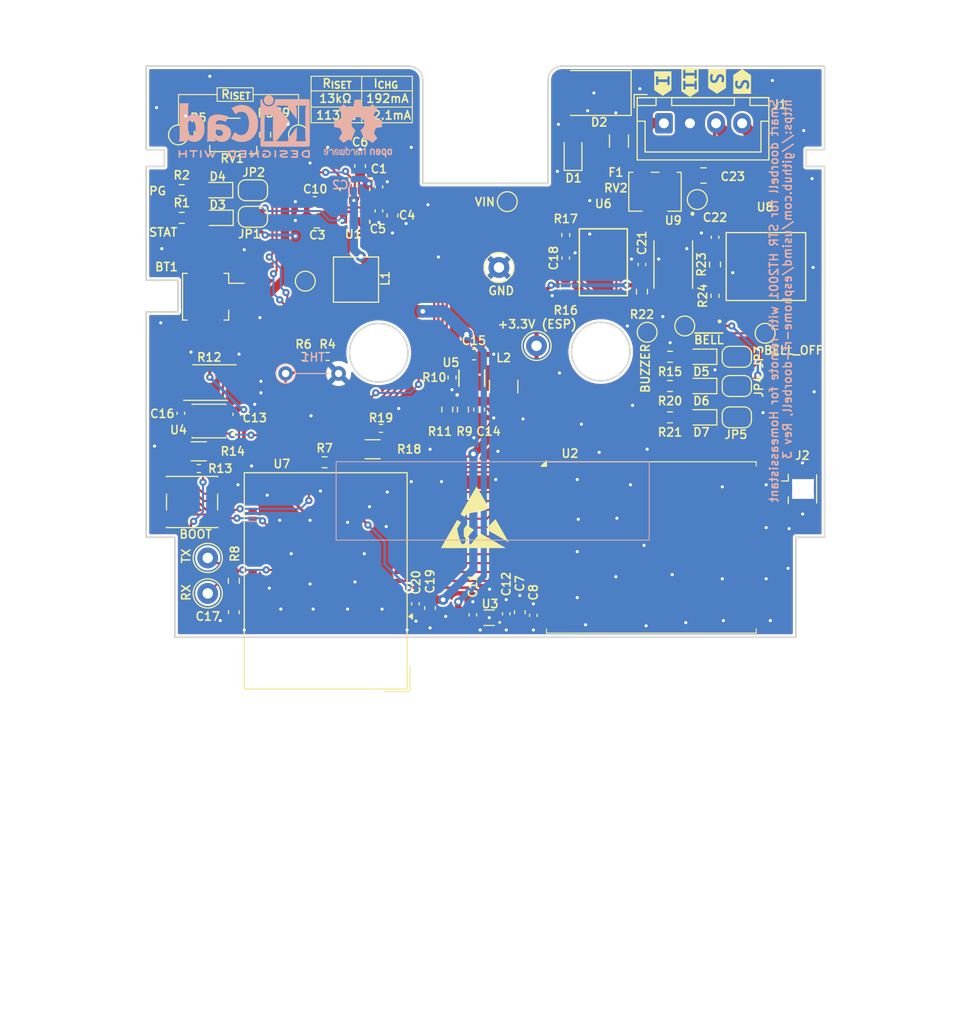
<source format=kicad_pcb>
(kicad_pcb (version 20241229) (generator "pcbnew") (generator_version "9.0")
  (title_block (comment 4 "AISLER Project ID: YXHBFRSI"))
  (layers (0 "F.Cu" signal) (2 "B.Cu" signal) (13 "F.Paste" user) (15 "B.Paste" user) (5 "F.SilkS" user "F.Silkscreen") (7 "B.SilkS" user "B.Silkscreen") (1 "F.Mask" user) (3 "B.Mask" user) (25 "Edge.Cuts" user))
  (property "Revision" "3")
  (net 0 "")
  (net 1 "GND")
  (net 2 "/VIN")
  (net 3 "/OPEN_BUZZER")
  (net 4 "Net-(D4-A)")
  (net 5 "Net-(D4-K)")
  (net 6 "/I")
  (net 7 "/BELL_OFF")
  (net 8 "/RF.Antenna")
  (net 9 "/~{BELL_SIGNAL}")
  (net 10 "/RF.MOSI")
  (net 11 "/RF.IO3")
  (net 12 "/RF.MISO")
  (net 13 "/RF.IO0")
  (net 14 "/RF.SCLK")
  (net 15 "Net-(D5-K)")
  (net 16 "/RF.IO2")
  (net 17 "/RF.IO1")
  (net 18 "/RF.IO5")
  (net 19 "/RF.IO4")
  (net 20 "/RF.Reset")
  (net 21 "/RF.CE")
  (net 22 "Net-(D5-A)")
  (net 23 "Net-(D1-A)")
  (net 25 "/UART_TX")
  (net 26 "/UART_RX")
  (net 27 "Net-(D6-A)")
  (net 28 "/S_IN")
  (net 29 "/S_OUT")
  (net 30 "VBUS")
  (net 31 "+3.3VP")
  (net 32 "+3.3VA")
  (net 33 "Net-(U1-PMID)")
  (net 34 "/SW")
  (net 35 "Net-(U1-REGN)")
  (net 36 "Net-(R5-Pad2)")
  (net 37 "Net-(U1-TS_BIAS)")
  (net 39 "Net-(U1-ILIM)")
  (net 40 "Net-(D3-K)")
  (net 41 "Net-(D3-A)")
  (net 42 "Net-(D7-K)")
  (net 43 "Net-(D7-A)")
  (net 44 "Net-(JP4-A)")
  (net 45 "Net-(C9-Pad2)")
  (net 46 "/~{CE}")
  (net 47 "/~{INT}")
  (net 48 "/RF_PWR_EN")
  (net 49 "/BTST")
  (net 50 "/BAT_ALERT")
  (net 51 "/TH")
  (net 52 "+BATT")
  (net 53 "Net-(U4-CSPL)")
  (net 54 "Net-(U4-REG)")
  (net 55 "Net-(U7-EN)")
  (net 56 "Net-(C23-Pad1)")
  (net 57 "Net-(JP1-A)")
  (net 58 "Net-(JP2-A)")
  (net 59 "Net-(U5-SW)")
  (net 60 "Net-(U5-FB{slash}VSET)")
  (net 61 "Net-(U5-MODE)")
  (net 62 "Net-(U4-CSN)")
  (net 63 "Net-(U9-K)")
  (net 64 "Net-(U7-IO0)")
  (net 87 "/SCL2")
  (net 88 "/SDA2")
  (net 89 "Net-(R17-Pad1)")
  (net 90 "/SDA1")
  (net 91 "/SCL1")
  (net 92 "Net-(R24-Pad1)")
  (net 93 "/BAT-")
  (footprint "Capacitor_SMD:C_0402_1005Metric" (layer "F.Cu") (at 133.8 117.8 -90)
    (property "Reference" "C20")
    (property "Value" "0.1uF")
  )
  (footprint "Resistor_SMD:R_0402_1005Metric" (layer "F.Cu") (at 162.5 88.3175 90)
    (property "Reference" "R24")
    (property "Value" "604")
  )
  (footprint "Capacitor_SMD:C_0603_1608Metric" (layer "F.Cu") (at 139.9 99.2 -90)
    (property "Reference" "C14")
    (property "Value" "22uF 6.3V")
  )
  (footprint "Capacitor_SMD:C_0402_1005Metric" (layer "F.Cu") (at 145.1 118.9 90)
    (property "Reference" "C8")
    (property "Value" "0.1uF")
  )
  (footprint "Resistor_SMD:R_0603_1608Metric" (layer "F.Cu") (at 148.2 87.5 -90)
    (property "Reference" "R16")
    (property "Value" "10k")
  )
  (footprint "Resistor_SMD:R_Shunt_Vishay_WSK2512_6332Metric_T1.19mm" (layer "F.Cu") (at 114.13 96.62 180)
    (property "Reference" "R12")
    (property "Value" "25m")
  )
  (footprint "TestPoint:TestPoint_Keystone_5000-5004_Miniature" (layer "F.Cu") (at 113.9 113.4)
    (property "Reference" "J3" (hide yes))
    (property "Value" "Conn_01x01")
  )
  (footprint "Fiducial:Fiducial_0.5mm_Mask1mm" (layer "F.Cu") (at 170.85 68.1)
    (property "Reference" "FID2" (hide yes))
    (property "Value" "Fiducial")
  )
  (footprint "Resistor_SMD:R_0603_1608Metric" (layer "F.Cu") (at 111.4125 78.2)
    (property "Reference" "R2")
    (property "Value" "1k")
  )
  (footprint "Capacitor_SMD:C_0402_1005Metric" (layer "F.Cu") (at 111.33 99.56 90)
    (property "Reference" "C16")
    (property "Value" "47nF")
  )
  (footprint "lib:OPTO_TLP2367_TPR_E" (layer "F.Cu") (at 158.5 85.3175 -90)
    (property "Reference" "U9")
    (property "Value" "TLP2391")
  )
  (footprint "Capacitor_SMD:C_0402_1005Metric" (layer "F.Cu") (at 155.5 85.3175 90)
    (property "Reference" "C21")
    (property "Value" "0.1uF")
  )
  (footprint "Capacitor_SMD:C_0805_2012Metric" (layer "F.Cu") (at 161.4 76.8)
    (property "Reference" "C23")
    (property "Value" "1uF 50V")
  )
  (footprint "lib:G3VM-21DR" (layer "F.Cu") (at 151.8 85.1)
    (property "Reference" "U6")
    (property "Value" "G3VM-31DR")
  )
  (footprint "Capacitor_SMD:C_0402_1005Metric" (layer "F.Cu") (at 148.2 84.7 90)
    (property "Reference" "C18")
    (property "Value" "0.1uF")
  )
  (footprint "Fiducial:Fiducial_0.5mm_Mask1mm" (layer "F.Cu") (at 112.1 119.6)
    (property "Reference" "FID3" (hide yes))
    (property "Value" "Fiducial")
  )
  (footprint "Package_SON:Texas_X2SON-4_1x1mm_P0.65mm" (layer "F.Cu") (at 140.87 119.125 180)
    (property "Reference" "U3")
    (property "Value" "TPS7A2033")
  )
  (footprint "Inductor_SMD:L_Wuerth_MAPI-4020" (layer "F.Cu") (at 128.105981 86.76114 180)
    (property "Reference" "L1")
    (property "Value" "1.5uH")
  )
  (footprint "Resistor_SMD:R_0603_1608Metric" (layer "F.Cu") (at 155.5 87.9175 -90)
    (property "Reference" "R22")
    (property "Value" "10k")
  )
  (footprint "Capacitor_SMD:C_0402_1005Metric" (layer "F.Cu") (at 116.68 99.66 -90)
    (property "Reference" "C13")
    (property "Value" "0.1uF")
  )
  (footprint "Jumper:SolderJumper-2_P1.3mm_Open_RoundedPad1.0x1.5mm" (layer "F.Cu") (at 118.23 80.75 180)
    (property "Reference" "JP1")
    (property "Value" "SolderJumper_2_Open")
  )
  (footprint "kibuzzard-691E1ED6" (layer "F.Cu") (at 165.1 67.8 90)
    (property "Reference" "kibuzzard-691E1ED6" (hide yes))
    (property "Value" "G***" (hide yes))
  )
  (footprint "Resistor_SMD:R_0603_1608Metric" (layer "F.Cu") (at 125.1 104.25 180)
    (property "Reference" "R7")
    (property "Value" "10k")
  )
  (footprint "Resistor_SMD:R_0603_1608Metric" (layer "F.Cu") (at 162.5 85.3175 -90)
    (property "Reference" "R23")
    (property "Value" "10k")
  )
  (footprint "Jumper:SolderJumper-2_P1.3mm_Open_RoundedPad1.0x1.5mm" (layer "F.Cu") (at 164.58975 96.948)
    (property "Reference" "JP4")
    (property "Value" "SolderJumper_2_Open")
  )
  (footprint "Symbol:ESD-Logo_6.6x6mm_SilkScreen" (layer "F.Cu") (at 139.5 109.5)
    (property "Reference" "REF**" (hide yes))
    (property "Value" "ESD-Logo_6.6x6mm_SilkScreen" (hide yes))
  )
  (footprint "Jumper:SolderJumper-2_P1.3mm_Open_RoundedPad1.0x1.5mm" (layer "F.Cu") (at 164.58975 94.148 180)
    (property "Reference" "JP3")
    (property "Value" "SolderJumper_2_Open")
  )
  (footprint "Resistor_SMD:R_0603_1608Metric" (layer "F.Cu") (at 158.18975 94.148 180)
    (property "Reference" "R15")
    (property "Value" "1k")
  )
  (footprint "TestPoint:TestPoint_Pad_D1.5mm" (layer "F.Cu") (at 167.3 91.9)
    (property "Reference" "TP10" (hide yes))
    (property "Value" "TestPoint")
  )
  (footprint "kibuzzard-691E1EB0" (layer "F.Cu") (at 157.5 68 -90)
    (property "Reference" "kibuzzard-691E1EB0" (hide yes))
    (property "Value" "G***" (hide yes))
  )
  (footprint "LED_SMD:LED_0603_1608Metric" (layer "F.Cu") (at 161.18975 96.948 180)
    (property "Reference" "D6")
    (property "Value" "Orange")
  )
  (footprint "Resistor_SMD:R_0402_1005Metric" (layer "F.Cu") (at 125.3825 94.12)
    (property "Reference" "R4")
    (property "Value" "5.23k")
  )
  (footprint "Capacitor_SMD:C_0805_2012Metric" (layer "F.Cu") (at 124.35 81.0875 180)
    (property "Reference" "C3")
    (property "Value" "22uF 16V")
  )
  (footprint "Resistor_SMD:R_0402_1005Metric" (layer "F.Cu") (at 123.0825 94.12)
    (property "Reference" "R6")
    (property "Value" "30.1k")
  )
  (footprint "Resistor_SMD:R_0603_1608Metric" (layer "F.Cu") (at 111.4175 80.85)
    (property "Reference" "R1")
    (property "Value" "1k")
  )
  (footprint "TestPoint:TestPoint_Keystone_5000-5004_Miniature" (layer "F.Cu") (at 113.9 116.8)
    (property "Reference" "J4" (hide yes))
    (property "Value" "Conn_01x01")
  )
  (footprint "Capacitor_SMD:C_0603_1608Metric" (layer "F.Cu") (at 124.15 79.3375)
    (property "Reference" "C10")
    (property "Value" "10uF 10V")
  )
  (footprint "Resistor_SMD:R_0402_1005Metric" (layer "F.Cu") (at 130.5 101 180)
    (property "Reference" "R19")
    (property "Value" "4.7k")
  )
  (footprint "Resistor_SMD:R_0402_1005Metric" (layer "F.Cu") (at 113 72.7125 -90)
    (property "Reference" "R5")
    (property "Value" "13k")
  )
  (footprint "Resistor_SMD:R_0603_1608Metric" (layer "F.Cu") (at 158.18975 99.948 180)
    (property "Reference" "R21")
    (property "Value" "1k")
  )
  (footprint "Button_Switch_SMD:SW_SPST_PTS647_Sx50" (layer "F.Cu") (at 112.4 108.05)
    (property "Reference" "SW1" (hide yes))
    (property "Value" "Boot")
  )
  (footprint "Package_DFN_QFN:TDFN-14-1EP_3x3mm_P0.4mm_EP1.78x2.35mm" (layer "F.Cu") (at 114.0125 100.3 180)
    (property "Reference" "U4")
    (property "Value" "MAX17261xxTD")
  )
  (footprint "Resistor_SMD:R_0603_1608Metric" (layer "F.Cu") (at 138.35 99.2 90)
    (property "Reference" "R9")
    (property "Value" "619k")
  )
  (footprint "Capacitor_SMD:C_0402_1005Metric" (layer "F.Cu") (at 130.3 80.1875 -90)
    (property "Reference" "C5")
    (property "Value" "0.1uF 25V")
  )
  (footprint "Potentiometer_SMD:Potentiometer_Bourns_3214W_Vertical" (layer "F.Cu") (at 156.75 78.35)
    (property "Reference" "RV2")
    (property "Value" "5k 0.25W")
  )
  (footprint "kibuzzard-691E1ECB" (layer "F.Cu") (at 162.7 67.8 -90)
    (property "Reference" "kibuzzard-691E1ECB" (hide yes))
    (property "Value" "G***" (hide yes))
  )
  (footprint "Resistor_SMD:R_0603_1608Metric" (layer "F.Cu") (at 116.4 115.6 -90)
    (property "Reference" "R8")
    (property "Value" "10k")
  )
  (footprint "Resistor_SMD:R_1206_3216Metric" (layer "F.Cu") (at 129.7 103 180)
    (property "Reference" "R18")
    (property "Value" "4.7k")
  )
  (footprint "Resistor_SMD:R_0402_1005Metric" (layer "F.Cu") (at 113.05 104.85 180)
    (property "Reference" "R13")
    (property "Value" "4.7k")
  )
  (footprint "Diode_SMD:D_SOD-323F" (layer "F.Cu") (at 148.9 74.7 90)
    (property "Reference" "D1")
    (property "Value" "PMEG2005EJ-QX")
  )
  (footprint "Capacitor_SMD:C_0402_1005Metric" (layer "F.Cu") (at 162.5 82.7175 90)
    (property "Reference" "C22")
    (property "Value" "0.1uF")
  )
  (footprint "TestPoint:TestPoint_Pad_D1.5mm" (layer "F.Cu") (at 156 91.8)
    (property "Reference" "TP9" (hide yes))
    (property "Value" "TestPoint")
  )
  (footprint "LED_SMD:LED_0603_1608Metric" (layer "F.Cu") (at 161.18975 99.948 180)
    (property "Reference" "D7")
    (property "Value" "Red")
  )
  (footprint "Jumper:SolderJumper-2_P1.3mm_Open_RoundedPad1.0x1.5mm" (layer "F.Cu") (at 164.58975 99.948 180)
    (property "Reference" "JP5")
    (property "Value" "SolderJumper_2_Open")
  )
  (footprint "Resistor_SMD:R_0402_1005Metric" (layer "F.Cu") (at 137.309711 96.129326 -90)
    (property "Reference" "R10")
    (property "Value" "0")
  )
  (footprint "Connector_JST:JST_XH_B4B-XH-A_1x04_P2.50mm_Vertical" (layer "F.Cu") (at 157.6 71.8)
    (property "Reference" "J1")
    (property "Value" "B4B-XH")
  )
  (footprint "Resistor_SMD:R_1206_3216Metric" (layer "F.Cu") (at 113.05 103.2 180)
    (property "Reference" "R14")
    (property "Value" "4.7k")
  )
  (footprint "Capacitor_SMD:C_0603_1608Metric" (layer "F.Cu") (at 139.409711 93.929326)
    (property "Reference" "C15")
    (property "Value" "4.7uF")
  )
  (footprint "Inductor_SMD:L_1210_3225Metric" (layer "F.Cu") (at 142.25 97 -90)
    (property "Reference" "L2")
    (property "Value" "2.2uH")
  )
  (footprint "Capacitor_SMD:C_0402_1005Metric" (layer "F.Cu") (at 139.3 118.85 90)
    (property "Reference" "C11")
    (property "Value" "1uF")
  )
  (footprint "LED_SMD:LED_0603_1608Metric" (layer "F.Cu") (at 114.855 80.85 180)
    (property "Reference" "D3")
    (property "Value" "Red")
  )
  (footprint "Capacitor_SMD:C_0603_1608Metric" (layer "F.Cu") (at 116.4 118.6 -90)
    (property "Reference" "C17")
    (property "Value" "1uF")
  )
  (footprint "Resistor_SMD:R_0402_1005Metric" (layer "F.Cu") (at 148.2 82.5 90)
    (property "Reference" "R17")
    (property "Value" "604")
  )
  (footprint "Capacitor_SMD:C_0603_1608Metric" (layer "F.Cu") (at 131.6 80.625 -90)
    (property "Reference" "C4")
    (property "Value" "10uF 25V")
  )
  (footprint "Jumper:SolderJumper-2_P1.3mm_Open_RoundedPad1.0x1.5mm" (layer "F.Cu") (at 118.2325 78.21 180)
    (property "Reference" "JP2")
    (property "Value" "SolderJumper_2_Open")
  )
  (footprint "lib:SOT5X3-8_DRL_TEX" (layer "F.Cu") (at 139.199811 96.1999 90)
    (property "Reference" "U5")
    (property "Value" "TPS629206DRLR")
  )
  (footprint "lib:WQFN-HR18__RYK_TEX" (layer "F.Cu") (at 128 79.6875 -90)
    (property "Reference" "U1")
    (property "Value" "BQ25628E")
  )
  (footprint "TestPoint:TestPoint_Pad_D1.5mm" (layer "F.Cu") (at 122.6 72.9125)
    (property "Reference" "TP1" (hide yes))
    (property "Value" "TestPoint" (hide yes))
  )
  (footprint "Resistor_SMD:R_0603_1608Metric" (layer "F.Cu") (at 158.18975 96.948 180)
    (property "Reference" "R20")
    (property "Value" "1k")
  )
  (footprint "TestPoint:TestPoint_Pad_D1.5mm" (layer "F.Cu") (at 123.25 86.9125)
    (property "Reference" "TP4" (hide yes))
    (property "Value" "TestPoint" (hide yes))
  )
  (footprint "Resistor_SMD:R_0603_1608Metric" (layer "F.Cu") (at 136.85 99.2 -90)
    (property "Reference" "R11")
    (property "Value" "137k")
  )
  (footprint "kibuzzard-691E1EB7" (layer "F.Cu") (at 160.1 67.9 -90)
    (property "Reference" "kibuzzard-691E1EB7" (hide yes))
    (property "Value" "G***" (hide yes))
  )
  (footprint "TestPoint:TestPoint_Pad_D1.5mm" (layer "F.Cu") (at 111.1 72.9125)
    (property "Reference" "TP5" (hide yes))
    (property "Value" "TestPoint" (hide yes))
  )
  (footprint "Connector_Coaxial:U.FL_Hirose_U.FL-R-SMT-1_Vertical" (layer "F.Cu") (at 170.4 106.8)
    (property "Reference" "J2")
    (property "Value" "CONUFL001-SMD-T")
  )
  (footprint "RF_Module:ESP32-S2-MINI-1" (layer "F.Cu") (at 125.2 115.6 180)
    (property "Reference" "U7")
    (property "Value" "ESP32-S2-MINI-2")
  )
  (footprint "Resistor_SMD:R_0603_1608Metric" (layer "F.Cu") (at 119.4 72.9 -90)
    (property "Reference" "R3")
    (property "Value" "1.2k")
  )
  (footprint "Capacitor_SMD:C_0402_1005Metric" (layer "F.Cu") (at 130.3 77.8875 90)
    (property "Reference" "C1")
    (property "Value" "1uF")
  )
  (footprint "Connector_Molex:Molex_PicoBlade_53261-0271_1x02-1MP_P1.25mm_Horizontal" (layer "F.Cu") (at 114.2 88.4 -90)
    (property "Reference" "BT1")
    (property "Value" "~")
  )
  (footprint "Potentiometer_SMD:Potentiometer_Bourns_TC33X_Vertical" (layer "F.Cu") (at 116 72.9125 180)
    (property "Reference" "RV1")
    (property "Value" "100k")
  )
  (footprint "TestPoint:TestPoint_Pad_D1.5mm" (layer "F.Cu") (at 142.6 79.3)
    (property "Reference" "TP6" (hide yes))
    (property "Value" "TestPoint")
  )
  (footprint "lib:G3VM-21ER" (layer "F.Cu") (at 164.83896 89.7625)
    (property "Reference" "U8")
    (property "Value" "G3VM-63ER")
  )
  (footprint "Fiducial:Fiducial_0.5mm_Mask1mm" (layer "F.Cu") (at 110.35 68.2)
    (property "Reference" "FID1" (hide yes))
    (property "Value" "Fiducial")
  )
  (footprint "TestPoint:TestPoint_Keystone_5000-5004_Miniature" (layer "F.Cu") (at 141.8 85.6 180)
    (property "Reference" "TP7" (hide yes))
    (property "Value" "TestPoint")
  )
  (footprint "Capacitor_SMD:C_0603_1608Metric" (layer "F.Cu") (at 143.8 118.6 90)
    (property "Reference" "C7")
    (property "Value" "10uF")
  )
  (footprint "RF_Module:HOPERF_RFM69HW" (layer "F.Cu") (at 156.4 112.4)
    (property "Reference" "U2")
    (property "Value" "RFM69W")
  )
  (footprint "Capacitor_SMD:C_0402_1005Metric" (layer "F.Cu") (at 142.5 118.75 90)
    (property "Reference" "C12")
    (property "Value" "1uF")
  )
  (footprint "Capacitor_SMD:C_0603_1608Metric" (layer "F.Cu") (at 128.5 75.8875 90)
    (property "Reference" "C6")
    (property "Value" "4.7uF")
  )
  (footprint "Diode_SMD:D_SMB" (layer "F.Cu") (at 150.8 68.9 180)
    (property "Reference" "D2")
    (property "Value" "SMBJ15CA")
  )
  (footprint "Capacitor_SMD:C_0402_1005Metric" (layer "F.Cu") (at 120.8 72.4 -90)
    (property "Reference" "C9")
    (property "Value" "330nF")
  )
  (footprint "Fuse:Fuse_1206_3216Metric" (layer "F.Cu") (at 153.3 73.5 90)
    (property "Reference" "F1")
    (property "Value" "250mA")
  )
  (footprint "LED_SMD:LED_0603_1608Metric" (layer "F.Cu") (at 161.18975 94.148 180)
    (property "Reference" "D5")
    (property "Value" "Green")
  )
  (footprint "TestPoint:TestPoint_Keystone_5000-5004_Miniature" (layer "F.Cu") (at 145.4 93.1 180)
    (property "Reference" "TP2" (hide yes))
    (property "Value" "TestPoint")
  )
  (footprint "TestPoint:TestPoint_Pad_D1.5mm" (layer "F.Cu") (at 159.6 91.2)
    (property "Reference" "TP8" (hide yes))
    (property "Value" "TestPoint")
  )
  (footprint "TestPoint:TestPoint_Pad_D1.5mm" (layer "F.Cu") (at 160.8 79.1)
    (property "Reference" "TP11" (hide yes))
    (property "Value" "TestPoint" (hide yes))
  )
  (footprint "Capacitor_SMD:C_0603_1608Metric" (layer "F.Cu") (at 135.2 118.2 -90)
    (property "Reference" "C19")
    (property "Value" "10uF")
  )
  (footprint "LED_SMD:LED_0603_1608Metric" (layer "F.Cu") (at 114.8125 78.2 180)
    (property "Reference" "D4")
    (property "Value" "Green")
  )
  (footprint "Symbol:KiCad-Logo2_5mm_SilkScreen" (layer "B.Cu") (at 117.4 72.1 180)
    (property "Reference" "REF**" (hide yes))
    (property "Value" "KiCad-Logo2_5mm_SilkScreen" (hide yes))
  )
  (footprint "Capacitor_SMD:C_0402_1005Metric" (layer "B.Cu") (at 127.9 77.6875 90)
    (property "Reference" "C2")
    (property "Value" "47nF")
  )
  (footprint "Resistor_THT:R_Axial_DIN0204_L3.6mm_D1.6mm_P5.08mm_Vertical" (layer "B.Cu") (at 121.36 95.75)
    (property "Reference" "TH1")
    (property "Value" "10k")
  )
  (footprint "Symbol:OSHW-Logo2_7.3x6mm_SilkScreen" (layer "B.Cu") (at 128.3 72.3 180)
    (property "Reference" "REF**" (hide yes))
    (property "Value" "OSHW-Logo2_7.3x6mm_SilkScreen" (hide yes))
  )
  (gr_line (start 123.8 70.25) (end 133.5 70.25) (stroke (width 0.1)) (layer "F.SilkS"))
  (gr_line (start 111.1 71.9625) (end 111.1 69.05) (stroke (width 0.1)) (layer "F.SilkS"))
  (gr_line (start 118.25 69.05) (end 122.6 69.05) (stroke (width 0.1)) (layer "F.SilkS"))
  (gr_line (start 123.8 68.7) (end 133.5 68.7) (stroke (width 0.1)) (layer "F.SilkS"))
  (gr_line (start 128.65 67.3) (end 128.65 71.75) (stroke (width 0.1)) (layer "F.SilkS"))
  (gr_line (start 122.6 69.05) (end 122.6 71.9625) (stroke (width 0.1)) (layer "F.SilkS"))
  (gr_line (start 111.1 69.05) (end 114.8 69.05) (stroke (width 0.1)) (layer "F.SilkS"))
  (gr_rect (start 114.8 68.4) (end 118.25 69.7) (stroke (width 0.1)) (fill no) (layer "F.SilkS"))
  (gr_line (start 156.2 104.2) (end 156.2 111.7) (stroke (width 0.08382)) (layer "B.SilkS"))
  (gr_line (start 126.2 104.2) (end 126.2 111.7) (stroke (width 0.08382)) (layer "B.SilkS"))
  (gr_line (start 126.2 104.2) (end 156.2 104.2) (stroke (width 0.08382)) (layer "B.SilkS"))
  (gr_line (start 126.2 111.7) (end 156.2 111.7) (stroke (width 0.08382)) (layer "B.SilkS"))
  (gr_line (start 171.25 74.325579) (end 171.25 75.925579) (stroke (width 0.16)) (layer "Edge.Cuts"))
  (gr_line (start 108 111.425579) (end 110.75 111.425579) (stroke (width 0.16)) (layer "Edge.Cuts"))
  (gr_line (start 134.5 77.54427) (end 146.5 77.54427) (stroke (width 0.16)) (layer "Edge.Cuts"))
  (gr_line (start 108 66.325579) (end 133.154834 66.325579) (stroke (width 0.16)) (layer "Edge.Cuts"))
  (gr_line (start 108 74.325579) (end 109.75 74.325579) (stroke (width 0.16)) (layer "Edge.Cuts"))
  (gr_line (start 111.05 89.85) (end 108 89.85) (stroke (width 0.16)) (layer "Edge.Cuts"))
  (gr_line (start 147.845166 66.325579) (end 173 66.325579) (stroke (width 0.16)) (layer "Edge.Cuts"))
  (gr_line (start 110.75 121) (end 110.75 111.425579) (stroke (width 0.16)) (layer "Edge.Cuts"))
  (gr_line (start 134.5 67.670745) (end 134.5 77.54427) (stroke (width 0.16)) (layer "Edge.Cuts"))
  (gr_line (start 108 66.325579) (end 108 74.325579) (stroke (width 0.16)) (layer "Edge.Cuts"))
  (gr_line (start 173 75.925579) (end 173 111.425579) (stroke (width 0.16)) (layer "Edge.Cuts"))
  (gr_line (start 108 89.85) (end 108 111.425579) (stroke (width 0.16)) (layer "Edge.Cuts"))
  (gr_line (start 109.75 75.925579) (end 108 75.925579) (stroke (width 0.16)) (layer "Edge.Cuts"))
  (gr_line (start 171.25 75.925579) (end 173 75.925579) (stroke (width 0.16)) (layer "Edge.Cuts"))
  (gr_circle (center 130.281841 93.763554) (end 133.081841 93.763554) (stroke (width 0.16)) (fill no) (layer "Edge.Cuts"))
  (gr_line (start 173 111.425579) (end 170.25 111.425579) (stroke (width 0.16)) (layer "Edge.Cuts"))
  (gr_circle (center 151.55151 93.650085) (end 154.35151 93.650085) (stroke (width 0.16)) (fill no) (layer "Edge.Cuts"))
  (gr_line (start 173 66.325579) (end 173 74.325579) (stroke (width 0.16)) (layer "Edge.Cuts"))
  (gr_line (start 146.5 77.54427) (end 146.5 67.670745) (stroke (width 0.16)) (layer "Edge.Cuts"))
  (gr_arc (start 133.154834 66.325579) (mid 134.10601 66.719569) (end 134.5 67.670745) (stroke (width 0.16)) (layer "Edge.Cuts"))
  (gr_line (start 109.75 74.325579) (end 109.75 75.925579) (stroke (width 0.16)) (layer "Edge.Cuts"))
  (gr_line (start 170.25 121) (end 110.75 121) (stroke (width 0.16)) (layer "Edge.Cuts"))
  (gr_line (start 111.05 86.825579) (end 111.05 89.85) (stroke (width 0.16)) (layer "Edge.Cuts"))
  (gr_line (start 108 86.825579) (end 108 75.925579) (stroke (width 0.16)) (layer "Edge.Cuts"))
  (gr_arc (start 146.5 67.670745) (mid 146.89399 66.719569) (end 147.845166 66.325579) (stroke (width 0.16)) (layer "Edge.Cuts"))
  (gr_line (start 170.25 111.425579) (end 170.25 121) (stroke (width 0.16)) (layer "Edge.Cuts"))
  (gr_line (start 108 86.825579) (end 111.05 86.825579) (stroke (width 0.16)) (layer "Edge.Cuts"))
  (gr_line (start 173 74.325579) (end 171.25 74.325579) (stroke (width 0.16)) (layer "Edge.Cuts"))
  (gr_text "~{BELL}" (at 160.4 93 0) (layer "F.SilkS") (effects (font (size 0.8 0.8) (thickness 0.15) (bold yes)) (justify left bottom)))
  (gr_text "TX" (at 112.3 114 90) (layer "F.SilkS") (effects (font (size 0.8 0.8) (thickness 0.15) (bold yes)) (justify left bottom)))
  (gr_text "I_{CHG}" (at 129.7 68.45 0) (layer "F.SilkS") (effects (font (size 0.8 0.8) (thickness 0.15) (bold yes)) (justify left bottom)))
  (gr_text "GND" (at 140.7 88.3 0) (layer "F.SilkS") (effects (font (size 0.8 0.8) (thickness 0.15) (bold yes)) (justify left bottom)))
  (gr_text "PG" (at 108.2 78.75 0) (layer "F.SilkS") (effects (font (size 0.8 0.8) (thickness 0.15) (bold yes)) (justify left bottom)))
  (gr_text "STAT" (at 108.2 82.7 0) (layer "F.SilkS") (effects (font (size 0.8 0.8) (thickness 0.15) (bold yes)) (justify left bottom)))
  (gr_text "BELL_OFF" (at 167.1 94 0) (layer "F.SilkS") (effects (font (size 0.8 0.8) (thickness 0.15) (bold yes)) (justify left bottom)))
  (gr_text "113kΩ" (at 124.2 71.5 0) (layer "F.SilkS") (effects (font (size 0.8 0.8) (thickness 0.15) (bold yes)) (justify left bottom)))
  (gr_text "R_{ISET}" (at 115.1 69.5 0) (layer "F.SilkS") (effects (font (size 0.8 0.8) (thickness 0.15) (bold yes)) (justify left bottom)))
  (gr_text "VIN" (at 139.4 79.8 0) (layer "F.SilkS") (effects (font (size 0.8 0.8) (thickness 0.15) (bold yes)) (justify left bottom)))
  (gr_text "BOOT" (at 111.1 111.6 0) (layer "F.SilkS") (effects (font (size 0.8 0.8) (thickness 0.15) (bold yes)) (justify left bottom)))
  (gr_text "192mA" (at 129 69.9 0) (layer "F.SilkS") (effects (font (size 0.8 0.8) (thickness 0.15) (bold yes)) (justify left bottom)))
  (gr_text "22.1mA" (at 128.85 71.5 0) (layer "F.SilkS") (effects (font (size 0.8 0.8) (thickness 0.15) (bold yes)) (justify left bottom)))
  (gr_text "RX" (at 112.3 117.6 90) (layer "F.SilkS") (effects (font (size 0.8 0.8) (thickness 0.15) (bold yes)) (justify left bottom)))
  (gr_text "BUZZER" (at 156.3 97.7 90) (layer "F.SilkS") (effects (font (size 0.8 0.8) (thickness 0.15) (bold yes)) (justify left bottom)))
  (gr_text "R_{ISET}" (at 124.8 68.45 0) (layer "F.SilkS") (effects (font (size 0.8 0.8) (thickness 0.15) (bold yes)) (justify left bottom)))
  (gr_text "13kΩ" (at 124.5 69.9 0) (layer "F.SilkS") (effects (font (size 0.8 0.8) (thickness 0.15) (bold yes)) (justify left bottom)))
  (gr_text "+3.3V (ESP)" (at 141.6 91.5 0) (layer "F.SilkS") (effects (font (size 0.8 0.8) (thickness 0.15) (bold yes)) (justify left bottom)))
  (gr_text "Smart doorbell for STR HT2001 with remote for Homeassistant\nhttps://github.com/usimd/esphome-rf-doorbell, Rev ${Revision}" (at 169.9 69.4 90) (layer "B.SilkS") (effects (font (size 0.8 0.8) (thickness 0.15) (bold yes)) (justify left bottom mirror)))
  (gr_text_box "" (start 123.8 67.3) (end 133.5 71.75) (margins 1.0025 1.0025 1.0025 1.0025) (layer "F.SilkS") (effects (font (size 0.8 0.8) (thickness 0.15) (bold yes)) (justify left top)) (border yes) (stroke (width 0.1)))
  (segment (start 129.807499 80.262499) (end 130.3 80.755) (width 0.2) (layer "F.Cu") (net 1))
  (segment (start 128.95 80.262499) (end 129.807499 80.262499) (width 0.2) (layer "F.Cu") (net 1))
  (segment (start 139.95 95.3998) (end 139.95 94.164037) (width 0.25) (layer "F.Cu") (net 1))
  (segment (start 139.95 94.164037) (end 140.184711 93.929326) (width 0.25) (layer "F.Cu") (net 1))
  (via (at 109.4 90.9) (size 0.7) (drill 0.3) (layers "F.Cu" "B.Cu") (net 1))
  (via (at 141.5 105.9) (size 0.7) (drill 0.3) (layers "F.Cu" "B.Cu") (net 1))
  (via (at 123.8 99.8) (size 0.7) (drill 0.3) (layers "F.Cu" "B.Cu") (net 1))
  (via (at 157.5 90.3) (size 0.7) (drill 0.3) (layers "F.Cu" "B.Cu") (net 1))
  (via (at 150.1 119.8) (size 0.7) (drill 0.3) (layers "F.Cu" "B.Cu") (net 1))
  (via (at 140 120.3) (size 0.7) (drill 0.3) (layers "F.Cu" "B.Cu") (net 1))
  (via (at 130.3 81.3) (size 0.7) (drill 0.3) (layers "F.Cu" "B.Cu") (net 1))
  (via (at 157.1 84.8) (size 0.7) (drill 0.3) (layers "F.Cu" "B.Cu") (net 1))
  (via (at 145.1 120.3) (size 0.7) (drill 0.3) (layers "F.Cu" "B.Cu") (net 1))
  (via (at 135.2 120.1) (size 0.7) (drill 0.3) (layers "F.Cu" "B.Cu") (net 1))
  (via (at 131.6 82.3) (size 0.7) (drill 0.3) (layers "F.Cu" "B.Cu") (net 1))
  (via (at 155.7 112.2) (size 0.7) (drill 0.3) (layers "F.Cu" "B.Cu") (net 1))
  (via (at 139.4 101.9) (size 0.7) (drill 0.3) (layers "F.Cu" "B.Cu") (net 1))
  (via (at 141.3 93.9) (size 0.7) (drill 0.3) (layers "F.Cu" "B.Cu") (net 1))
  (via (at 155.3 68.5) (size 0.7) (drill 0.3) (layers "F.Cu" "B.Cu") (net 1))
  (via (at 120.8 109.8) (size 0.7) (drill 0.3) (layers "F.Cu" "B.Cu") (net 1))
  (via (at 150.3 70.6) (size 0.7) (drill 0.3) (layers "F.Cu" "B.Cu") (net 1))
  (via (at 136 84.6) (size 0.7) (drill 0.3) (layers "F.Cu" "B.Cu") (net 1))
  (via (at 127.3 110) (size 0.7) (drill 0.3) (layers "F.Cu" "B.Cu") (net 1))
  (via (at 130.6 118.3) (size 0.7) (drill 0.3) (layers "F.Cu" "B.Cu") (net 1))
  (via (at 122.3 79.3) (size 0.7) (drill 0.3) (layers "F.Cu" "B.Cu") (net 1))
  (via (at 156 103) (size 0.7) (drill 0.3) (layers "F.Cu" "B.Cu") (net 1))
  (via (at 149.7 100.6) (size 0.7) (drill 0.3) (layers "F.Cu" "B.Cu") (net 1))
  (via (at 153 70.8) (size 0.7) (drill 0.3) (layers "F.Cu" "B.Cu") (net 1))
  (via (at 167.8 119.4) (size 0.7) (drill 0.3) (layers "F.Cu" "B.Cu") (net 1))
  (via (at 118.4 98.7) (size 0.7) (drill 0.3) (layers "F.Cu" "B.Cu") (net 1))
  (via (at 147.6 95.7) (size 0.7) (drill 0.3) (layers "F.Cu" "B.Cu") (net 1))
  (via (at 132.2 99.1) (size 0.7) (drill 0.3) (layers "F.Cu" "B.Cu") (net 1))
  (via (at 155.9 119.9) (size 0.7) (drill 0.3) (layers "F.Cu" "B.Cu") (net 1))
  (via (at 167.4 106.4) (size 0.7) (drill 0.3) (layers "F.Cu" "B.Cu") (net 1))
  (via (at 150.5 82.4) (size 0.7) (drill 0.3) (layers "F.Cu" "B.Cu") (net 1))
  (via (at 154.6 98.8) (size 0.7) (drill 0.3) (layers "F.Cu" "B.Cu") (net 1))
  (via (at 147.5 71.9) (size 0.7) (drill 0.3) (layers "F.Cu" "B.Cu") (net 1))
  (via (at 131.1 77.4) (size 0.7) (drill 0.3) (layers "F.Cu" "B.Cu") (net 1))
  (via (at 144.1 100.1) (size 0.7) (drill 0.3) (layers "F.Cu" "B.Cu") (net 1))
  (via (at 143.8 117) (size 0.7) (drill 0.3) (layers "F.Cu" "B.Cu") (net 1))
  (via (at 115.1 119.4) (size 0.7) (drill 0.3) (layers "F.Cu" "B.Cu") (net 1))
  (via (at 150.9 68.9) (size 0.7) (drill 0.3) (layers "F.Cu" "B.Cu") (net 1))
  (via (at 154.5 84.8) (size 0.7) (drill 0.3) (layers "F.Cu" "B.Cu") (net 1))
  (via (at 161.2 82.3) (size 0.7) (drill 0.3) (layers "F.Cu" "B.Cu") (net 1))
  (via (at 163.2 115.4) (size 0.7) (drill 0.3) (layers "F.Cu" "B.Cu") (net 1))
  (via (at 133 120.3) (size 0.7) (drill 0.3) (layers "F.Cu" "B.Cu") (net 1))
  (via (at 142.5 120.3) (size 0.7) (drill 0.3) (layers "F.Cu" "B.Cu") (net 1))
  (via (at 124 118.3) (size 0.7) (drill 0.3) (layers "F.Cu" "B.Cu") (net 1))
  (via (at 159.7 119.6) (size 0.7) (drill 0.3) (layers "F.Cu" "B.Cu") (net 1))
  (via (at 159.8 83.8) (size 0.7) (drill 0.3) (layers "F.Cu" "B.Cu") (net 1))
  (via (at 119.6 107.4) (size 0.7) (drill 0.3) (layers "F.Cu" "B.Cu") (net 1))
  (via (at 153.1 109.6) (size 0.7) (drill 0.3) (layers "F.Cu" "B.Cu") (net 1))
  (via (at 154.4 106.4) (size 0.7) (drill 0.3) (layers "F.Cu" "B.Cu") (net 1))
  (via (at 114.1 67.3) (size 0.7) (drill 0.3) (layers "F.Cu" "B.Cu") (net 1))
  (via (at 116.9 93.9) (size 0.7) (drill 0.3) (layers "F.Cu" "B.Cu") (net 1))
  (via (at 168 67.7) (size 0.7) (drill 0.3) (layers "F.Cu" "B.Cu") (net 1))
  (via (at 172 97.5) (size 0.7) (drill 0.3) (layers "F.Cu" "B.Cu") (net 1))
  (via (at 167.1 99.5) (size 0.7) (drill 0.3) (layers "F.Cu" "B.Cu") (net 1))
  (via (at 119.8 116.3) (size 0.7) (drill 0.3) (layers "F.Cu" "B.Cu") (net 1))
  (via (at 142.5 117.4) (size 0.7) (drill 0.3) (layers "F.Cu" "B.Cu") (net 1))
  (via (at 149.1 84.2) (size 0.7) (drill 0.3) (layers "F.Cu" "B.Cu") (net 1))
  (via (at 164.2 86.1) (size 0.7) (drill 0.3) (layers "F.Cu" "B.Cu") (net 1))
  (via (at 136.3 106.1) (size 0.7) (drill 0.3) (layers "F.Cu" "B.Cu") (net 1))
  (via (at 111.8 71.1) (size 0.7) (drill 0.3) (layers "F.Cu" "B.Cu") (net 1))
  (via (at 140.9 116.4) (size 0.7) (drill 0.3) (layers "F.Cu" "B.Cu") (net 1))
  (via (at 125.4 74.1) (size 0.7) (drill 0.3) (layers "F.Cu" "B.Cu") (net 1))
  (via (at 147.4 76.4) (size 0.7) (drill 0.3) (layers "F.Cu" "B.Cu") (net 1))
  (via (at 122.3 81.1) (size 0.7) (drill 0.3) (layers "F.Cu" "B.Cu") (net 1))
  (via (at 118.9 90.4) (size 0.7) (drill 0.3) (layers "F.Cu" "B.Cu") (net 1))
  (via (at 169.6 110.6) (size 0.7) (drill 0.3) (layers "F.Cu" "B.Cu") (net 1))
  (via (at 153 115.2) (size 0.7) (drill 0.3) (layers "F.Cu" "B.Cu") (net 1))
  (via (at 163.3 119.4) (size 0.7) (drill 0.3) (layers "F.Cu" "B.Cu") (net 1))
  (via (at 137.3 97.3) (size 0.7) (drill 0.3) (layers "F.Cu" "B.Cu") (net 1))
  (via (at 171.8 77.1) (size 0.7) (drill 0.3) (layers "F.Cu" "B.Cu") (net 1))
  (via (at 158.4 115) (size 0.7) (drill 0.3) (layers "F.Cu" "B.Cu") (net 1))
  (via (at 112.3 93.7) (size 0.7) (drill 0.3) (layers "F.Cu" "B.Cu") (net 1))
  (via (at 119 97.6) (size 0.7) (drill 0.3) (layers "F.Cu" "B.Cu") (net 1))
  (via (at 123.7 115.9) (size 0.7) (drill 0.3) (layers "F.Cu" "B.Cu") (net 1))
  (via (at 141.7 103.2) (size 0.7) (drill 0.3) (layers "F.Cu" "B.Cu") (net 1))
  (via (at 117.4 83.9) (size 0.7) (drill 0.3) (layers "F.Cu" "B.Cu") (net 1))
  (via (at 108.8 102.7) (size 0.7) (drill 0.3) (layers "F.Cu" "B.Cu") (net 1))
  (via (at 123.7 109.8) (size 0.7) (drill 0.3) (layers "F.Cu" "B.Cu") (net 1))
  (via (at 149.3 112.8) (size 0.7) (drill 0.3) (layers "F.Cu" "B.Cu") (net 1))
  (via (at 151.4 103.3) (size 0.7) (drill 0.3) (layers "F.Cu" "B.Cu") (net 1))
  (via (at 128.9 113) (size 0.7) (drill 0.3) (layers "F.Cu" "B.Cu") (net 1))
  (via (at 170.9 109.2) (size 0.7) (drill 0.3) (layers "F.Cu" "B.Cu") (net 1))
  (via (at 132.9 81.4) (size 0.7) (drill 0.3) (layers "F.Cu" "B.Cu") (net 1))
  (via (at 131.1 107.1) (size 0.7) (drill 0.3) (layers "F.Cu" "B.Cu") (net 1))
  (via (at 128 115.7) (size 0.7) (drill 0.3) (layers "F.Cu" "B.Cu") (net 1))
  (via (at 121.9 113) (size 0.7) (drill 0.3) (layers "F.Cu" "B.Cu") (net 1))
  (via (at 150.5 79.2) (size 0.7) (drill 0.3) (layers "F.Cu" "B.Cu") (net 1))
  (via (at 136.7 119) (size 0.7) (drill 0.3) (layers "F.Cu" "B.Cu") (net 1))
  (via (at 171 72.5) (size 0.7) (drill 0.3) (layers "F.Cu" "B.Cu") (net 1))
  (via (at 170.88 104.3) (size 0.7) (drill 0.3) (layers "F.Cu" "B.Cu") (net 1))
  (via (at 127.3 118.3) (size 0.7) (drill 0.3) (layers "F.Cu" "B.Cu") (net 1))
  (via (at 163.2 106.6) (size 0.7) (drill 0.3) (layers "F.Cu" "B.Cu") (net 1))
  (via (at 158.2 92.8) (size 0.7) (drill 0.3) (layers "F.Cu" "B.Cu") (net 1))
  (via (at 124.7 107) (size 0.7) (drill 0.3) (layers "F.Cu" "B.Cu") (net 1))
  (via (at 120.9 118.3) (size 0.7) (drill 0.3) (layers "F.Cu" "B.Cu") (net 1))
  (via (at 119 96.5) (size 0.7) (drill 0.3) (layers "F.Cu" "B.Cu") (net 1))
  (via (at 145.1 117.8) (size 0.7) (drill 0.3) (layers "F.Cu" "B.Cu") (net 1))
  (via (at 123.7 75.6) (size 0.7) (drill 0.3) (layers "F.Cu" "B.Cu") (net 1))
  (via (at 133.4 106.1) (size 0.7) (drill 0.3) (layers "F.Cu" "B.Cu") (net 1))
  (via (at 133.4 74.1) (size 0.7) (drill 0.3) (layers "F.Cu" "B.Cu") (net 1))
  (via (at 117.4 120.3) (size 0.7) (drill 0.3) (layers "F.Cu" "B.Cu") (net 1))
  (via (at 133.85 119.45) (size 0.7) (drill 0.3) (layers "F.Cu" "B.Cu") (net 1))
  (via (at 167.4 110.5) (size 0.7) (drill 0.3) (layers "F.Cu" "B.Cu") (net 1))
  (via (at 129.4 108.5) (size 0.7) (drill 0.3) (layers "F.Cu" "B.Cu") (net 1))
  (via (at 141.3 100) (size 0.7) (drill 0.3) (layers "F.Cu" "B.Cu") (net 1))
  (via (at 109.5 83.8) (size 0.7) (drill 0.3) (layers "F.Cu" "B.Cu") (net 1))
  (via (at 128.5 74.3) (size 0.7) (drill 0.3) (layers "F.Cu" "B.Cu") (net 1))
  (via (at 171.9 85.6) (size 0.7) (drill 0.3) (layers "F.Cu" "B.Cu") (net 1))
  (via (at 139.3 117.6) (size 0.7) (drill 0.3) (layers "F.Cu" "B.Cu") (net 1))
  (via (at 118.1 104.6) (size 0.7) (drill 0.3) (layers "F.Cu" "B.Cu") (net 1))
  (via (at 169.5 114.4) (size 0.7) (drill 0.3) (layers "F.Cu" "B.Cu") (net 1))
  (via (at 135 79.6) (size 0.7) (drill 0.3) (layers "F.Cu" "B.Cu") (net 1))
  (via (at 116.8 106.4) (size 0.7) (drill 0.3) (layers "F.Cu" "B.Cu") (net 1))
  (via (at 146.9 88.3) (size 0.7) (drill 0.3) (layers "F.Cu" "B.Cu") (net 1))
  (via (at 140.87 119.125) (size 0.65) (drill 0.3) (layers "F.Cu" "B.Cu") (net 1))
  (via (at 167.4 115.4) (size 0.7) (drill 0.3) (layers "F.Cu" "B.Cu") (net 1))
  (via (at 121.6 71.9) (size 0.7) (drill 0.3) (layers "F.Cu" "B.Cu") (net 1))
  (via (at 162.5 95.4) (size 0.7) (drill 0.3) (layers "F.Cu" "B.Cu") (net 1))
  (via (at 149.3 105.9) (size 0.7) (drill 0.3) (layers "F.Cu" "B.Cu") (net 1))
  (via (at 154.1 91.2) (size 0.7) (drill 0.3) (layers "F.Cu" "B.Cu") (net 1))
  (via (at 109 70.3) (size 0.7) (drill 0.3) (layers "F.Cu" "B.Cu") (net 1))
  (via (at 149.4 109.7) (size 0.7) (drill 0.3) (layers "F.Cu" "B.Cu") (net 1))
  (via (at 135.2 103) (size 0.7) (drill 0.3) (layers "F.Cu" "B.Cu") (net 1))
  (via (at 131 110.4) (size 0.7) (drill 0.3) (layers "F.Cu" "B.Cu") (net 1))
  (via (at 149.3 117.2) (size 0.7) (drill 0.3) (layers "F.Cu" "B.Cu") (net 1))
  (segment (start 129.141 79.062501) (end 129.692499 79.062501) (width 0.2) (layer "F.Cu") (net 2))
  (segment (start 148.9 76.7) (end 148.9 75.8) (width 1) (layer "F.Cu") (net 2))
  (segment (start 129.692499 79.062501) (end 130.3 78.455) (width 0.2) (layer "F.Cu") (net 2))
  (segment (start 147.4 78.4) (end 132.4 78.4) (width 1) (layer "F.Cu") (net 2))
  (segment (start 148.9 75.8) (end 148.9 76.9) (width 1) (layer "F.Cu") (net 2))
  (segment (start 148.9 76.9) (end 147.4 78.4) (width 1) (layer "F.Cu") (net 2))
  (segment (start 130.5 104.3) (end 142.1 104.3) (width 0.2) (layer "F.Cu") (net 3))
  (segment (start 152.2 90.4) (end 151.15 89.35) (width 0.2) (layer "F.Cu") (net 3))
  (segment (start 155.45 100.6) (end 155.45 96.06275) (width 0.2) (layer "F.Cu") (net 3))
  (segment (start 148.2 85.18) (end 148.2 86.575) (width 0.2) (layer "F.Cu") (net 3))
  (segment (start 129.45 106.05) (end 129.45 105.35) (width 0.2) (layer "F.Cu") (net 3))
  (segment (start 157.36475 94.148) (end 157.36475 93.16475) (width 0.2) (layer "F.Cu") (net 3))
  (segment (start 142.1 104.3) (end 145 101.4) (width 0.2) (layer "F.Cu") (net 3))
  (segment (start 145 101.4) (end 154.65 101.4) (width 0.2) (layer "F.Cu") (net 3))
  (segment (start 149.305 86.575) (end 150.53 87.8) (width 0.2) (layer "F.Cu") (net 3))
  (segment (start 150.53 87.8) (end 150.53 89.35) (width 0.2) (layer "F.Cu") (net 3))
  (segment (start 151.15 89.35) (end 150.53 89.35) (width 0.2) (layer "F.Cu") (net 3))
  (segment (start 154.65 101.4) (end 155.45 100.6) (width 0.2) (layer "F.Cu") (net 3))
  (segment (start 129.45 105.35) (end 130.5 104.3) (width 0.2) (layer "F.Cu") (net 3))
  (segment (start 156 91.8) (end 154.6 90.4) (width 0.2) (layer "F.Cu") (net 3))
  (segment (start 155.45 96.06275) (end 157.36475 94.148) (width 0.2) (layer "F.Cu") (net 3))
  (segment (start 148.2 86.575) (end 149.305 86.575) (width 0.2) (layer "F.Cu") (net 3))
  (segment (start 154.6 90.4) (end 152.2 90.4) (width 0.2) (layer "F.Cu") (net 3))
  (segment (start 157.36475 93.16475) (end 156 91.8) (width 0.2) (layer "F.Cu") (net 3))
  (segment (start 112.2375 78.2) (end 114.025 78.2) (width 0.3) (layer "F.Cu") (net 4))
  (segment (start 112.325 78.2) (end 113.9375 78.2) (width 0.2) (layer "F.Cu") (net 4))
  (segment (start 115.6 78.2) (end 117.5725 78.2) (width 0.3) (layer "F.Cu") (net 5))
  (segment (start 115.6875 78.2) (end 117.5725 78.2) (width 0.2) (layer "F.Cu") (net 5))
  (segment (start 117.5725 78.2) (end 117.5825 78.21) (width 0.3) (layer "F.Cu") (net 5))
  (segment (start 153.1 80.82) (end 153.1 75.1) (width 1) (layer "F.Cu") (net 6))
  (segment (start 153.1 75.1) (end 156.425 71.775) (width 1) (layer "F.Cu") (net 6))
  (segment (start 156.425 71.775) (end 157.45 71.775) (width 1) (layer "F.Cu") (net 6))
  (segment (start 153.07 80.85) (end 153.1 80.82) (width 1) (layer "F.Cu") (net 6))
  (segment (start 157.4125 71.8125) (end 157.45 71.775) (width 0.8) (layer "F.Cu") (net 6))
  (segment (start 164.83896 89.7625) (end 164.83896 90.33896) (width 0.2) (layer "F.Cu") (net 7))
  (segment (start 164.40146 90.2) (end 164.83896 89.7625) (width 0.2) (layer "F.Cu") (net 7))
  (segment (start 161.4 89.6) (end 162 90.2) (width 0.2) (layer "F.Cu") (net 7))
  (segment (start 131.15 106.05) (end 131.15 105.65) (width 0.2) (layer "F.Cu") (net 7))
  (segment (start 131.15 105.65) (end 131.6 105.2) (width 0.2) (layer "F.Cu") (net 7))
  (segment (start 157.36475 100.28525) (end 157.36475 99.948) (width 0.2) (layer "F.Cu") (net 7))
  (segment (start 162.5 83.1975) (end 162.5 84.4925) (width 0.2) (layer "F.Cu") (net 7))
  (segment (start 167.3 92.8) (end 167.3 97.4) (width 0.2) (layer "F.Cu") (net 7))
  (segment (start 145.3 102.5) (end 155.15 102.5) (width 0.2) (layer "F.Cu") (net 7))
  (segment (start 131.6 105.2) (end 142.6 105.2) (width 0.2) (layer "F.Cu") (net 7))
  (segment (start 162.5 84.4925) (end 161.4 85.5925) (width 0.2) (layer "F.Cu") (net 7))
  (segment (start 162 90.2) (end 164.40146 90.2) (width 0.2) (layer "F.Cu") (net 7))
  (segment (start 142.6 105.2) (end 145.3 102.5) (width 0.2) (layer "F.Cu") (net 7))
  (segment (start 155.15 102.5) (end 157.36475 100.28525) (width 0.2) (layer "F.Cu") (net 7))
  (segment (start 166.1 98.6) (end 158.71275 98.6) (width 0.2) (layer "F.Cu") (net 7))
  (segment (start 161.4 85.5925) (end 161.4 89.6) (width 0.2) (layer "F.Cu") (net 7))
  (segment (start 164.83896 90.33896) (end 167.3 92.8) (width 0.2) (layer "F.Cu") (net 7))
  (segment (start 158.71275 98.6) (end 157.36475 99.948) (width 0.2) (layer "F.Cu") (net 7))
  (segment (start 167.3 97.4) (end 166.1 98.6) (width 0.2) (layer "F.Cu") (net 7))
  (segment (start 165.4 117.4) (end 167.3 117.4) (width 0.85) (layer "F.Cu") (net 8))
  (segment (start 168.5 107.55) (end 169.25 106.8) (width 0.85) (layer "F.Cu") (net 8))
  (segment (start 167.3 117.4) (end 168.5 116.2) (width 0.85) (layer "F.Cu") (net 8))
  (segment (start 168.5 116.2) (end 168.5 107.55) (width 0.85) (layer "F.Cu") (net 8))
  (segment (start 156.05 100.65) (end 156.05 96.80025) (width 0.2) (layer "F.Cu") (net 9))
  (segment (start 142.3 104.7) (end 145.05 101.95) (width 0.2) (layer "F.Cu") (net 9))
  (segment (start 155.4 88.4175) (end 156.4 87.4175) (width 0.2) (layer "F.Cu") (net 9))
  (segment (start 158.5 90.7) (end 159.7 91.9) (width 0.2) (layer "F.Cu") (net 9))
  (segment (start 157.10225 95.748) (end 161.20625 95.748) (width 0.2) (layer "F.Cu") (net 9))
  (segment (start 166.9 94.4) (end 165.7 95.6) (width 0.2) (layer "F.Cu") (net 9))
  (segment (start 156.4 87.4175) (end 158.1 87.4175) (width 0.2) (layer "F.Cu") (net 9))
  (segment (start 165.7 95.6) (end 163.32525 95.6) (width 0.2) (layer "F.Cu") (net 9))
  (segment (start 158.4 87.7175) (end 158.4 88.4675) (width 0.2) (layer "F.Cu") (net 9))
  (segment (start 163.32525 95.6) (end 161.97725 96.948) (width 0.2) (layer "F.Cu") (net 9))
  (segment (start 161.20625 95.748) (end 161.97725 96.519) (width 0.2) (layer "F.Cu") (net 9))
  (segment (start 155.4 88.6425) (end 155.4 88.4175) (width 0.2) (layer "F.Cu") (net 9))
  (segment (start 158.1 87.4175) (end 158.4 87.7175) (width 0.2) (layer "F.Cu") (net 9))
  (segment (start 159.7 91.9) (end 165.8 91.9) (width 0.2) (layer "F.Cu") (net 9))
  (segment (start 131 104.7) (end 142.3 104.7) (width 0.2) (layer "F.Cu") (net 9))
  (segment (start 130.3 105.4) (end 131 104.7) (width 0.2) (layer "F.Cu") (net 9))
  (segment (start 165.8 91.9) (end 166.9 93) (width 0.2) (layer "F.Cu") (net 9))
  (segment (start 156.05 96.80025) (end 157.10225 95.748) (width 0.2) (layer "F.Cu") (net 9))
  (segment (start 166.9 93) (end 166.9 94.4) (width 0.2) (layer "F.Cu") (net 9))
  (segment (start 161.97725 96.519) (end 161.97725 96.948) (width 0.2) (layer "F.Cu") (net 9))
  (segment (start 158.5 88.4675) (end 158.5 90.7) (width 0.2) (layer "F.Cu") (net 9))
  (segment (start 130.3 106.05) (end 130.3 105.4) (width 0.2) (layer "F.Cu") (net 9))
  (segment (start 145.05 101.95) (end 154.75 101.95) (width 0.2) (layer "F.Cu") (net 9))
  (segment (start 154.75 101.95) (end 156.05 100.65) (width 0.2) (layer "F.Cu") (net 9))
  (segment (start 132.2 107.95) (end 141.15 107.95) (width 0.2) (layer "F.Cu") (net 10))
  (segment (start 141.15 107.95) (end 145.5 103.6) (width 0.2) (layer "F.Cu") (net 10))
  (segment (start 145.5 103.6) (end 149.7 103.6) (width 0.2) (layer "F.Cu") (net 10))
  (segment (start 155.5 109.4) (end 165.4 109.4) (width 0.2) (layer "F.Cu") (net 10))
  (segment (start 149.7 103.6) (end 155.5 109.4) (width 0.2) (layer "F.Cu") (net 10))
  (segment (start 132.2 113.9) (end 145.2 113.9) (width 0.2) (layer "F.Cu") (net 11))
  (segment (start 145.7 113.4) (end 147.2 113.4) (width 0.2) (layer "F.Cu") (net 11))
  (segment (start 145.2 113.9) (end 145.7 113.4) (width 0.2) (layer "F.Cu") (net 11))
  (segment (start 156.9 111.4) (end 165.4 111.4) (width 0.2) (layer "F.Cu") (net 12))
  (segment (start 149.5 104) (end 156.9 111.4) (width 0.2) (layer "F.Cu") (net 12))
  (segment (start 140.9 108.8) (end 145.7 104) (width 0.2) (layer "F.Cu") (net 12))
  (segment (start 132.2 108.8) (end 140.9 108.8) (width 0.2) (layer "F.Cu") (net 12))
  (segment (start 145.7 104) (end 149.5 104) (width 0.2) (layer "F.Cu") (net 12))
  (segment (start 132.2 111.35) (end 142.15 111.35) (width 0.2) (layer "F.Cu") (net 13))
  (segment (start 146.1 107.4) (end 147.2 107.4) (width 0.2) (layer "F.Cu") (net 13))
  (segment (start 142.15 111.35) (end 146.1 107.4) (width 0.2) (layer "F.Cu") (net 13))
  (segment (start 158.3 113.4) (end 165.4 113.4) (width 0.2) (layer "F.Cu") (net 14))
  (segment (start 149.3 104.4) (end 158.3 113.4) (width 0.2) (layer "F.Cu") (net 14))
  (segment (start 132.2 109.65) (end 140.65 109.65) (width 0.2) (layer "F.Cu") (net 14))
  (segment (start 140.65 109.65) (end 145.9 104.4) (width 0.2) (layer "F.Cu") (net 14))
  (segment (start 145.9 104.4) (end 149.3 104.4) (width 0.2) (layer "F.Cu") (net 14))
  (segment (start 161.97725 94.148) (end 163.83975 94.148) (width 0.2) (layer "F.Cu") (net 15))
  (segment (start 132.2 113.05) (end 144.25 113.05) (width 0.2) (layer "F.Cu") (net 16))
  (segment (start 145.9 111.4) (end 147.2 111.4) (width 0.2) (layer "F.Cu") (net 16))
  (segment (start 144.25 113.05) (end 145.9 111.4) (width 0.2) (layer "F.Cu") (net 16))
  (segment (start 132.2 112.2) (end 143.1 112.2) (width 0.2) (layer "F.Cu") (net 17))
  (segment (start 145.9 109.4) (end 147.2 109.4) (width 0.2) (layer "F.Cu") (net 17))
  (segment (start 143.1 112.2) (end 145.9 109.4) (width 0.2) (layer "F.Cu") (net 17))
  (segment (start 145.9 117.4) (end 147.2 117.4) (width 0.2) (layer "F.Cu") (net 18))
  (segment (start 132.2 115.6) (end 144.1 115.6) (width 0.2) (layer "F.Cu") (net 18))
  (segment (start 144.1 115.6) (end 145.9 117.4) (width 0.2) (layer "F.Cu") (net 18))
  (segment (start 132.2 114.75) (end 145.05 114.75) (width 0.2) (layer "F.Cu") (net 19))
  (segment (start 145.7 115.4) (end 147.2 115.4) (width 0.2) (layer "F.Cu") (net 19))
  (segment (start 145.05 114.75) (end 145.7 115.4) (width 0.2) (layer "F.Cu") (net 19))
  (segment (start 141.2 110.5) (end 146.3 105.4) (width 0.2) (layer "F.Cu") (net 20))
  (segment (start 146.3 105.4) (end 147.2 105.4) (width 0.2) (layer "F.Cu") (net 20))
  (segment (start 132.2 110.5) (end 141.2 110.5) (width 0.2) (layer "F.Cu") (net 20))
  (segment (start 154.1 107.4) (end 149.9 103.2) (width 0.2) (layer "F.Cu") (net 21))
  (segment (start 165.4 107.4) (end 154.1 107.4) (width 0.2) (layer "F.Cu") (net 21))
  (segment (start 132.2 107.1) (end 141.4 107.1) (width 0.2) (layer "F.Cu") (net 21))
  (segment (start 141.4 107.1) (end 145.3 103.2) (width 0.2) (layer "F.Cu") (net 21))
  (segment (start 145.3 103.2) (end 149.9 103.2) (width 0.2) (layer "F.Cu") (net 21))
  (segment (start 159.11475 94.148) (end 160.40225 94.148) (width 0.2) (layer "F.Cu") (net 22))
  (segment (start 148.65 68.9) (end 148.9 69.15) (width 1) (layer "F.Cu") (net 23))
  (segment (start 148.9 69.15) (end 148.9 73.6) (width 1) (layer "F.Cu") (net 23))
  (segment (start 150.4 72.1) (end 153.3 72.1) (width 1) (layer "F.Cu") (net 23))
  (segment (start 148.9 73.6) (end 150.4 72.1) (width 1) (layer "F.Cu") (net 23))
  (segment (start 118.2 113.9) (end 114.4 113.9) (width 0.2) (layer "F.Cu") (net 25))
  (segment (start 114.4 113.9) (end 113.9 113.4) (width 0.2) (layer "F.Cu") (net 25))
  (segment (start 113.9 116.8) (end 115.1 115.6) (width 0.2) (layer "F.Cu") (net 26))
  (segment (start 118 114.75) (end 118.2 114.75) (width 0.2) (layer "F.Cu") (net 26))
  (segment (start 115.1 115.6) (end 117.15 115.6) (width 0.2) (layer "F.Cu") (net 26))
  (segment (start 117.15 115.6) (end 118 114.75) (width 0.2) (layer "F.Cu") (net 26))
  (segment (start 159.11475 96.948) (end 160.40225 96.948) (width 0.2) (layer "F.Cu") (net 27))
  (segment (start 164.83896 81.1425) (end 164.76 81.06354) (width 1.2) (layer "F.Cu") (net 28))
  (segment (start 164.8 81.10354) (end 164.8 74.125) (width 1.2) (layer "F.Cu") (net 28))
  (segment (start 162.45 76.7875) (end 162.4375 76.8) (width 0.3) (layer "F.Cu") (net 28))
  (segment (start 162.45 71.775) (end 162.45 76.7875) (width 0.3) (layer "F.Cu") (net 28))
  (segment (start 164.83896 81.1425) (end 164.8 81.10354) (width 1.2) (layer "F.Cu") (net 28))
  (segment (start 164.8 74.125) (end 162.45 71.775) (width 1.2) (layer "F.Cu") (net 28))
  (segment (start 169.9 76.725) (end 169.9 81.12354) (width 1.2) (layer "F.Cu") (net 29))
  (segment (start 169.9 81.12354) (end 169.91896 81.1425) (width 1.2) (layer "F.Cu") (net 29))
  (segment (start 164.95 71.775) (end 169.9 76.725) (width 1.2) (layer "F.Cu") (net 29))
  (segment (start 169.84 81.06354) (end 169.91896 81.1425) (width 1.2) (layer "F.Cu") (net 29))
  (segment (start 138.634711 93.929326) (end 138.634711 92.065289) (width 0.8) (layer "F.Cu") (net 30))
  (segment (start 138.2175 119.4175) (end 139.3 119.4175) (width 0.6) (layer "F.Cu") (net 30))
  (segment (start 139.3325 119.45) (end 139.3 119.4175) (width 0.3) (layer "F.Cu") (net 30))
  (segment (start 110.5925 80.85) (end 110.5925 78.205) (width 0.3) (layer "F.Cu") (net 30))
  (segment (start 111.4 82.2) (end 119.1 82.2) (width 0.3) (layer "F.Cu") (net 30))
  (segment (start 110.5925 78.205) (end 110.5875 78.2) (width 0.3) (layer "F.Cu") (net 30))
  (segment (start 138.634711 92.065289) (end 138.7 92) (width 0.8) (layer "F.Cu") (net 30))
  (segment (start 134.5 89.8) (end 127.5 89.8) (width 1.2) (layer "F.Cu") (net 30))
  (segment (start 126.920981 89.220981) (end 126.920981 86.76114) (width 1.2) (layer "F.Cu") (net 30))
  (segment (start 110.5925 81.3925) (end 111.4 82.2) (width 0.3) (layer "F.Cu") (net 30))
  (segment (start 140.25952 119.45) (end 139.3325 119.45) (width 0.3) (layer "F.Cu") (net 30))
  (segment (start 119.1 82.2) (end 119.4 82.5) (width 0.3) (layer "F.Cu") (net 30))
  (segment (start 137.9 119.1) (end 138.2175 119.4175) (width 0.6) (layer "F.Cu") (net 30))
  (segment (start 110.5925 80.85) (end 110.5925 81.3925) (width 0.3) (layer "F.Cu") (net 30))
  (segment (start 137.9 117.6) (end 137.9 119.1) (width 0.6) (layer "F.Cu") (net 30))
  (segment (start 122.3 82.6) (end 123.7875 82.6) (width 0.3) (layer "F.Cu") (net 30))
  (segment (start 127.5 89.8) (end 126.920981 89.220981) (width 1.2) (layer "F.Cu") (net 30))
  (segment (start 123.7875 82.6) (end 125.3 81.0875) (width 0.3) (layer "F.Cu") (net 30))
  (segment (start 140.260083 119.449437) (end 140.25952 119.45) (width 0.3) (layer "F.Cu") (net 30))
  (via (at 119.4 82.5) (size 0.7) (drill 0.3) (layers "F.Cu" "B.Cu") (net 30))
  (via (at 137.9 117.6) (size 0.8) (drill 0.4) (layers "F.Cu" "B.Cu") (net 30))
  (via (at 138.7 92) (size 1) (drill 0.45) (layers "F.Cu" "B.Cu") (net 30))
  (via (at 134.5 89.8) (size 1) (drill 0.45) (layers "F.Cu" "B.Cu") (net 30))
  (via (at 122.3 82.6) (size 0.7) (drill 0.3) (layers "F.Cu" "B.Cu") (net 30))
  (segment (start 138.7 92) (end 140.35 93.65) (width 0.6) (layer "B.Cu") (net 30))
  (segment (start 136.5 89.8) (end 138.7 92) (width 1.2) (layer "B.Cu") (net 30))
  (segment (start 134.5 89.8) (end 136.5 89.8) (width 1.2) (layer "B.Cu") (net 30))
  (segment (start 122.2 82.5) (end 122.3 82.6) (width 0.3) (layer "B.Cu") (net 30))
  (segment (start 140.35 93.65) (end 140.35 115.15) (width 0.6) (layer "B.Cu") (net 30))
  (segment (start 119.4 82.5) (end 122.2 82.5) (width 0.3) (layer "B.Cu") (net 30))
  (segment (start 140.35 115.15) (end 137.9 117.6) (width 0.6) (layer "B.Cu") (net 30))
  (segment (start 134.795 117.32) (end 135.1 117.625) (width 0.4) (layer "F.Cu") (net 31))
  (segment (start 155.2925 87.3) (end 155.5 87.0925) (width 0.4) (layer "F.Cu") (net 31))
  (segment (start 165.552 96.948) (end 166.6 95.9) (width 0.25) (layer "F.Cu") (net 31))
  (segment (start 145.4 88.7) (end 145.9 88.2) (width 0.4) (layer "F.Cu") (net 31))
  (segment (start 133.78 117.3) (end 133.8 117.32) (width 0.4) (layer "F.Cu") (net 31))
  (segment (start 113.45 106.15) (end 113.45 104.96) (width 0.2) (layer "F.Cu") (net 31))
  (segment (start 117.149998 114.65) (end 117.249998 114.55) (width 0.2) (layer "F.Cu") (net 31))
  (segment (start 139.449874 97) (end 139.449874 97.974874) (width 0.25) (layer "F.Cu") (net 31))
  (segment (start 112.3 114.2) (end 113.15 115.05) (width 0.2) (layer "F.Cu") (net 31))
  (segment (start 158.975 86.9925) (end 155.4 86.9925) (width 0.2) (layer "F.Cu") (net 31))
  (segment (start 142.25 100.55) (end 139.35 103.45) (width 0.8) (layer "F.Cu") (net 31))
  (segment (start 139.1 103.7) (end 139.35 103.45) (width 0.2) (layer "F.Cu") (net 31))
  (segment (start 142.25 98.4) (end 142.25 100.55) (width 0.8) (layer "F.Cu") (net 31))
  (segment (start 113.45 104.96) (end 113.56 104.85) (width 0.2) (layer "F.Cu") (net 31))
  (segment (start 131.8625 103.7) (end 139.1 103.7) (width 0.2) (layer "F.Cu") (net 31))
  (segment (start 116.125 115.05) (end 116.4 114.775) (width 0.2) (layer "F.Cu") (net 31))
  (segment (start 142.25 98.4) (end 143.7 98.4) (width 0.4) (layer "F.Cu") (net 31))
  (segment (start 112.55 109.9) (end 112.3 110.15) (width 0.2) (layer "F.Cu") (net 31))
  (segment (start 119.5 114.55) (end 120.05 114.55) (width 0.2) (layer "F.Cu") (net 31))
  (segment (start 164.1 91.2) (end 162.3 91.2) (width 0.25) (layer "F.Cu") (net 31))
  (segment (start 143.7 98.4) (end 145.4 96.7) (width 0.4) (layer "F.Cu") (net 31))
  (segment (start 139.449874 97.974874) (end 139.9 98.425) (width 0.25) (layer "F.Cu") (net 31))
  (segment (start 114.5125 103.8975) (end 114.5125 103.2) (width 0.2) (layer "F.Cu") (net 31))
  (segment (start 159.67 88.4675) (end 159.67 87.6875) (width 0.2) (layer "F.Cu") (net 31))
  (segment (start 133.8 117.32) (end 134.795 117.32) (width 0.4) (layer "F.Cu") (net 31))
  (segment (start 120.05 114.55) (end 122.8 117.3) (width 0.2) (layer "F.Cu") (net 31))
  (segment (start 145.9 88.2) (end 146.8 87.3) (width 0.4) (layer "F.Cu") (net 31))
  (segment (start 154 87.3) (end 155.2925 87.3) (width 0.4) (layer "F.Cu") (net 31))
  (segment (start 165.23975 96.948) (end 165.552 96.948) (width 0.25) (layer "F.Cu") (net 31))
  (segment (start 131.1625 103) (end 131.8625 103.7) (width 0.2) (layer "F.Cu") (net 31))
  (segment (start 159.77 88.67) (end 159.77 88.4675) (width 0.25) (layer "F.Cu") (net 31))
  (segment (start 145.4 96.7) (end 145.4 93.1) (width 0.4) (layer "F.Cu") (net 31))
  (segment (start 139.925 98.4) (end 139.9 98.425) (width 0.8) (layer "F.Cu") (net 31))
  (segment (start 131.1625 103) (end 131.1625 101.1525) (width 0.2) (layer "F.Cu") (net 31))
  (segment (start 131.1625 101.1525) (end 131.01 101) (width 0.2) (layer "F.Cu") (net 31))
  (segment (start 138.35 99.975) (end 139.9 98.425) (width 0.25) (layer "F.Cu") (net 31))
  (segment (start 138.35 100.025) (end 138.35 99.975) (width 0.25) (layer "F.Cu") (net 31))
  (segment (start 155.4 86.9925) (end 155.4 85.7975) (width 0.2) (layer "F.Cu") (net 31))
  (segment (start 132.2 117.3) (end 133.78 117.3) (width 0.4) (layer "F.Cu") (net 31))
  (segment (start 145.4 93.1) (end 145.4 88.7) (width 0.4) (layer "F.Cu") (net 31))
  (segment (start 159.67 87.6875) (end 158.975 86.9925) (width 0.2) (layer "F.Cu") (net 31))
  (segment (start 116.4 114.65) (end 117.149998 114.65) (width 0.2) (layer "F.Cu") (net 31))
  (segment (start 142.25 98.4) (end 139.925 98.4) (width 0.8) (layer "F.Cu") (net 31))
  (segment (start 162.3 91.2) (end 159.77 88.67) (width 0.25) (layer "F.Cu") (net 31))
  (segment (start 135.225 117.4) (end 135.2 117.425) (width 0.8) (layer "F.Cu") (net 31))
  (segment (start 122.8 117.3) (end 132.2 117.3) (width 0.2) (layer "F.Cu") (net 31))
  (segment (start 113.15 115.05) (end 116.125 115.05) (width 0.2) (layer "F.Cu") (net 31))
  (segment (start 112.3 110.15) (end 112.3 114.2) (width 0.2) (layer "F.Cu") (net 31))
  (segment (start 136.45 117.4) (end 135.225 117.4) (width 0.8) (layer "F.Cu") (net 31))
  (segment (start 113.56 104.85) (end 114.5125 103.8975) (width 0.2) (layer "F.Cu") (net 31))
  (via (at 112.55 109.9) (size 0.7) (drill 0.3) (layers "F.Cu" "B.Cu") (net 31))
  (via (at 139.35 103.45) (size 1) (drill 0.45) (layers "F.Cu" "B.Cu") (net 31))
  (via (at 136.45 117.4) (size 1) (drill 0.45) (layers "F.Cu" "B.Cu") (net 31))
  (via (at 113.45 106.15) (size 0.7) (drill 0.3) (layers "F.Cu" "B.Cu") (net 31))
  (via (at 146.8 87.3) (size 0.7) (drill 0.3) (layers "F.Cu" "B.Cu") (net 31))
  (via (at 166.6 95.9) (size 0.7) (drill 0.3) (layers "F.Cu" "B.Cu") (net 31))
  (via (at 164.1 91.2) (size 0.7) (drill 0.3) (layers "F.Cu" "B.Cu") (net 31))
  (via (at 119.5 114.55) (size 0.7) (drill 0.3) (layers "F.Cu" "B.Cu") (net 31))
  (via (at 154 87.3) (size 0.7) (drill 0.3) (layers "F.Cu" "B.Cu") (net 31))
  (via (at 117.249998 114.55) (size 0.7) (drill 0.3) (layers "F.Cu" "B.Cu") (net 31))
  (segment (start 166.6 95.9) (end 166.6 93.7) (width 0.25) (layer "B.Cu") (net 31))
  (segment (start 113.45 109) (end 113.45 106.15) (width 0.2) (layer "B.Cu") (net 31))
  (segment (start 139.35 114.5) (end 136.45 117.4) (width 0.8) (layer "B.Cu") (net 31))
  (segment (start 119.5 114.55) (end 117.249998 114.55) (width 0.2) (layer "B.Cu") (net 31))
  (segment (start 139.35 103.45) (end 139.35 114.5) (width 0.8) (layer "B.Cu") (net 31))
  (segment (start 146.8 87.3) (end 154 87.3) (width 0.4) (layer "B.Cu") (net 31))
  (segment (start 166.6 93.7) (end 164.1 91.2) (width 0.25) (layer "B.Cu") (net 31))
  (segment (start 112.55 109.9) (end 113.45 109) (width 0.2) (layer "B.Cu") (net 31))
  (segment (start 142.5575 119.375) (end 142.5 119.3175) (width 0.5) (layer "F.Cu") (net 32))
  (segment (start 141.452623 119.45) (end 142.3675 119.45) (width 0.3) (layer "F.Cu") (net 32))
  (segment (start 143.805 119.38) (end 143.8 119.375) (width 0.5) (layer "F.Cu") (net 32))
  (segment (start 141.449052 119.453571) (end 141.452623 119.45) (width 0.3) (layer "F.Cu") (net 32))
  (segment (start 142.3675 119.45) (end 142.5 119.3175) (width 0.3) (layer "F.Cu") (net 32))
  (segment (start 145.1 119.38) (end 143.805 119.38) (width 0.5) (layer "F.Cu") (net 32))
  (segment (start 145.12 119.4) (end 145.1 119.38) (width 0.5) (layer "F.Cu") (net 32))
  (segment (start 143.8 119.375) (end 142.5575 119.375) (width 0.5) (layer "F.Cu") (net 32))
  (segment (start 147.3 119.4) (end 145.12 119.4) (width 0.5) (layer "F.Cu") (net 32))
  (segment (start 128.95 79.4625) (end 130.1425 79.4625) (width 0.2) (layer "F.Cu") (net 33))
  (segment (start 131.4575 79.62) (end 131.6 79.7625) (width 0.5) (layer "F.Cu") (net 33))
  (segment (start 130.1425 79.4625) (end 130.3 79.62) (width 0.2) (layer "F.Cu") (net 33))
  (segment (start 130.3 79.62) (end 131.4575 79.62) (width 0.5) (layer "F.Cu") (net 33))
  (segment (start 129.290981 85.282892) (end 129.290981 86.76114) (width 0.8) (layer "F.Cu") (net 34))
  (segment (start 128.558747 84.550658) (end 129.290981 85.282892) (width 0.8) (layer "F.Cu") (net 34))
  (via (at 127.9 79.1875) (size 0.7) (drill 0.3) (layers "F.Cu" "B.Cu") (net 34))
  (via (at 128.558747 84.550658) (size 1) (drill 0.45) (layers "F.Cu" "B.Cu") (net 34))
  (segment (start 127.9 83.891911) (end 127.9 79.1875) (width 0.8) (layer "B.Cu") (net 34))
  (segment (start 128.558747 84.550658) (end 127.9 83.891911) (width 0.8) (layer "B.Cu") (net 34))
  (segment (start 127.9 78.255) (end 127.9 79.1875) (width 0.6) (layer "B.Cu") (net 34))
  (segment (start 128.392999 78.2995) (end 128.392999 76.857001) (width 0.2) (layer "F.Cu") (net 35))
  (segment (start 128.392999 76.857001) (end 128.5 76.75) (width 0.2) (layer "F.Cu") (net 35))
  (segment (start 115.55 71.9125) (end 117.8 71.9125) (width 0.2) (layer "F.Cu") (net 36))
  (segment (start 114.1525 73.31) (end 114.55 72.9125) (width 0.2) (layer "F.Cu") (net 36))
  (segment (start 114.55 72.9125) (end 115.55 71.9125) (width 0.2) (layer "F.Cu") (net 36))
  (segment (start 113 73.31) (end 114.1525 73.31) (width 0.2) (layer "F.Cu") (net 36))
  (segment (start 121.7 77) (end 121.5 77) (width 0.2) (layer "F.Cu") (net 37))
  (segment (start 127.1 78.6) (end 127.037499 78.662501) (width 0.2) (layer "F.Cu") (net 37))
  (segment (start 121.532843 88.132843) (end 121.532843 88.867157) (width 0.2) (layer "F.Cu") (net 37))
  (segment (start 126.4 78.662501) (end 126.162501 78.662501) (width 0.2) (layer "F.Cu") (net 37))
  (segment (start 121.532843 88.867157) (end 125.8925 93.226814) (width 0.2) (layer "F.Cu") (net 37))
  (segment (start 120.1 83.9) (end 120.1 84.3) (width 0.2) (layer "F.Cu") (net 37))
  (segment (start 124.5 77) (end 121.7 77) (width 0.2) (layer "F.Cu") (net 37))
  (segment (start 126.162501 78.662501) (end 124.9 77.4) (width 0.2) (layer "F.Cu") (net 37))
  (segment (start 121.5 77) (end 120.1 78.4) (width 0.2) (layer "F.Cu") (net 37))
  (segment (start 125.8925 93.226814) (end 125.8925 94.12) (width 0.2) (layer "F.Cu") (net 37))
  (segment (start 120.1 78.4) (end 120.1 83.9) (width 0.2) (layer "F.Cu") (net 37))
  (segment (start 127.037499 78.662501) (end 126.4 78.662501) (width 0.2) (layer "F.Cu") (net 37))
  (segment (start 120.1 84.3) (end 119.8 84.6) (width 0.2) (layer "F.Cu") (net 37))
  (segment (start 127.15 78.55) (end 127.1 78.6) (width 0.2) (layer "F.Cu") (net 37))
  (segment (start 127.15 78.37475) (end 127.15 78.55) (width 0.2) (layer "F.Cu") (net 37))
  (segment (start 121.4 88) (end 121.532843 88.132843) (width 0.2) (layer "F.Cu") (net 37))
  (segment (start 124.9 77.4) (end 124.5 77) (width 0.2) (layer "F.Cu") (net 37))
  (via (at 119.8 84.6) (size 0.7) (drill 0.3) (layers "F.Cu" "B.Cu") (net 37))
  (via (at 121.4 88) (size 0.7) (drill 0.3) (layers "F.Cu" "B.Cu") (net 37))
  (segment (start 119.8 84.6) (end 120.9 85.7) (width 0.2) (layer "B.Cu") (net 37))
  (segment (start 120.9 85.7) (end 120.9 86.9) (width 0.2) (layer "B.Cu") (net 37))
  (segment (start 120.9 86.9) (end 120.9 87.5) (width 0.2) (layer "B.Cu") (net 37))
  (segment (start 120.9 87.5) (end 121.4 88) (width 0.2) (layer "B.Cu") (net 37))
  (segment (start 127.593001 77.693001) (end 127.3 77.4) (width 0.2) (layer "F.Cu") (net 39))
  (segment (start 127.3 77.4) (end 127.0875 77.4) (width 0.2) (layer "F.Cu") (net 39))
  (segment (start 117.9 73.8125) (end 119.4 73.8125) (width 0.2) (layer "F.Cu") (net 39))
  (segment (start 127.0875 77.4) (end 122.6 72.9125) (width 0.2) (layer "F.Cu") (net 39))
  (segment (start 121.72 73.7925) (end 119.4675 73.7925) (width 0.2) (layer "F.Cu") (net 39))
  (segment (start 122.6 72.9125) (end 121.72 73.7925) (width 0.2) (layer "F.Cu") (net 39))
  (segment (start 119.4675 73.7925) (end 119.4 73.725) (width 0.2) (layer "F.Cu") (net 39))
  (segment (start 117.8 73.9125) (end 117.9 73.8125) (width 0.2) (layer "F.Cu") (net 39))
  (segment (start 127.593001 78.2995) (end 127.593001 77.693001) (width 0.2) (layer "F.Cu") (net 39))
  (segment (start 115.73 80.85) (end 117.48 80.85) (width 0.2) (layer "F.Cu") (net 40))
  (segment (start 117.48 80.85) (end 117.58 80.75) (width 0.3) (layer "F.Cu") (net 40))
  (segment (start 115.6425 80.85) (end 117.48 80.85) (width 0.3) (layer "F.Cu") (net 40))
  (segment (start 112.33 80.85) (end 113.98 80.85) (width 0.2) (layer "F.Cu") (net 41))
  (segment (start 112.2425 80.85) (end 114.0675 80.85) (width 0.3) (layer "F.Cu") (net 41))
  (segment (start 161.97725 99.848) (end 163.83975 99.848) (width 0.2) (layer "F.Cu") (net 42))
  (segment (start 159.11475 99.848) (end 160.40225 99.848) (width 0.2) (layer "F.Cu") (net 43))
  (segment (start 158.21225 97.9) (end 157.36475 97.0525) (width 0.2) (layer "F.Cu") (net 44))
  (segment (start 162.98775 97.9) (end 158.21225 97.9) (width 0.2) (layer "F.Cu") (net 44))
  (segment (start 163.93975 96.948) (end 162.98775 97.9) (width 0.2) (layer "F.Cu") (net 44))
  (segment (start 157.36475 97.0525) (end 157.36475 96.948) (width 0.2) (layer "F.Cu") (net 44))
  (segment (start 119.4 72.1) (end 120.18 72.88) (width 0.2) (layer "F.Cu") (net 45))
  (segment (start 120.18 72.88) (end 120.8 72.88) (width 0.2) (layer "F.Cu") (net 45))
  (segment (start 119.4 72.075) (end 119.4 72.1) (width 0.2) (layer "F.Cu") (net 45))
  (segment (start 125.925 101.675) (end 130 97.6) (width 0.2) (layer "F.Cu") (net 46))
  (segment (start 134.1 96.3) (end 136.8 93.6) (width 0.2) (layer "F.Cu") (net 46))
  (segment (start 128.974999 80.974999) (end 131.3 83.3) (width 0.2) (layer "F.Cu") (net 46))
  (segment (start 133.5 83.3) (end 131.3 83.3) (width 0.2) (layer "F.Cu") (net 46))
  (segment (start 134.1 96.8) (end 134.1 96.3) (width 0.2) (layer "F.Cu") (net 46))
  (segment (start 126.05 104.375) (end 125.925 104.25) (width 0.2) (layer "F.Cu") (net 46))
  (segment (start 125.925 104.25) (end 125.925 101.675) (width 0.2) (layer "F.Cu") (net 46))
  (segment (start 126.05 106.05) (end 126.05 104.375) (width 0.2) (layer "F.Cu") (net 46))
  (segment (start 136.8 93.6) (end 136.8 86.6) (width 0.2) (layer "F.Cu") (net 46))
  (segment (start 136.8 86.6) (end 133.5 83.3) (width 0.2) (layer "F.Cu") (net 46))
  (segment (start 128.85 80.974999) (end 128.974999 80.974999) (width 0.2) (layer "F.Cu") (net 46))
  (via (at 134.1 96.8) (size 0.7) (drill 0.3) (layers "F.Cu" "B.Cu") (net 46))
  (via (at 130 97.6) (size 0.7) (drill 0.3) (layers "F.Cu" "B.Cu") (net 46))
  (segment (start 130 97.6) (end 133.3 97.6) (width 0.2) (layer "B.Cu") (net 46))
  (segment (start 133.3 97.6) (end 134.1 96.8) (width 0.2) (layer "B.Cu") (net 46))
  (segment (start 130.9 84.7) (end 133.1 84.7) (width 0.2) (layer "F.Cu") (net 47))
  (segment (start 127.593001 81.0875) (end 127.593001 81.993001) (width 0.2) (layer "F.Cu") (net 47))
  (segment (start 128.7 82.5) (end 130.9 84.7) (width 0.2) (layer "F.Cu") (net 47))
  (segment (start 135.6 87.2) (end 135.6 93) (width 0.2) (layer "F.Cu") (net 47))
  (segment (start 135.6 93) (end 126.9 101.7) (width 0.2) (layer "F.Cu") (net 47))
  (segment (start 133.1 84.7) (end 135.6 87.2) (width 0.2) (layer "F.Cu") (net 47))
  (segment (start 126.9 101.7) (end 126.9 106.05) (width 0.2) (layer "F.Cu") (net 47))
  (segment (start 128.1 82.5) (end 128.7 82.5) (width 0.2) (layer "F.Cu") (net 47))
  (segment (start 127.593001 81.993001) (end 128.1 82.5) (width 0.2) (layer "F.Cu") (net 47))
  (segment (start 123 108.9) (end 120.95 106.85) (width 0.25) (layer "F.Cu") (net 48))
  (segment (start 139.45 116.25) (end 140.44 117.24) (width 0.25) (layer "F.Cu") (net 48))
  (segment (start 133.15 116.25) (end 139.45 116.25) (width 0.25) (layer "F.Cu") (net 48))
  (segment (start 140.44 117.24) (end 140.44 118.8) (width 0.25) (layer "F.Cu") (net 48))
  (segment (start 127.9 108.9) (end 123 108.9) (width 0.25) (layer "F.Cu") (net 48))
  (segment (start 129.25 110.25) (end 127.9 108.9) (width 0.25) (layer "F.Cu") (net 48))
  (segment (start 120.95 106.85) (end 120.95 106.05) (width 0.25) (layer "F.Cu") (net 48))
  (via (at 133.15 116.25) (size 0.7) (drill 0.3) (layers "F.Cu" "B.Cu") (net 48))
  (via (at 129.25 110.25) (size 0.7) (drill 0.3) (layers "F.Cu" "B.Cu") (net 48))
  (segment (start 129.25 110.25) (end 130.85 111.85) (width 0.25) (layer "B.Cu") (net 48))
  (segment (start 130.85 111.85) (end 130.85 114) (width 0.25) (layer "B.Cu") (net 48))
  (segment (start 133.1 116.25) (end 133.15 116.25) (width 0.25) (layer "B.Cu") (net 48))
  (segment (start 130.85 114) (end 133.1 116.25) (width 0.25) (layer "B.Cu") (net 48))
  (via (at 129.341563 77.575564) (size 0.7) (drill 0.3) (layers "F.Cu" "B.Cu") (net 49))
  (segment (start 127.9 77.12) (end 128.885999 77.12) (width 0.6) (layer "B.Cu") (net 49))
  (segment (start 128.885999 77.12) (end 129.341563 77.575564) (width 0.6) (layer "B.Cu") (net 49))
  (segment (start 112.525 100.7) (end 111.3 100.7) (width 0.2) (layer "F.Cu") (net 50))
  (segment (start 123.590901 106.140901) (end 123.5 106.05) (width 0.2) (layer "F.Cu") (net 50))
  (segment (start 123.590901 107.909099) (end 123.590901 106.140901) (width 0.2) (layer "F.Cu") (net 50))
  (segment (start 110.7 101.3) (end 110.7 105.75) (width 0.2) (layer "F.Cu") (net 50))
  (segment (start 115.7 108.8) (end 116.9 108.8) (width 0.2) (layer "F.Cu") (net 50))
  (segment (start 111.3 100.7) (end 110.7 101.3) (width 0.2) (layer "F.Cu") (net 50))
  (segment (start 113.75 108.8) (end 115.7 108.8) (width 0.2) (layer "F.Cu") (net 50))
  (segment (start 116.9 108.8) (end 117 108.7) (width 0.2) (layer "F.Cu") (net 50))
  (segment (start 110.7 105.75) (end 113.75 108.8) (width 0.2) (layer "F.Cu") (net 50))
  (via (at 117 108.7) (size 0.7) (drill 0.3) (layers "F.Cu" "B.Cu") (net 50))
  (via (at 123.590901 107.909099) (size 0.7) (drill 0.3) (layers "F.Cu" "B.Cu") (net 50))
  (segment (start 122.8 108.7) (end 123.590901 107.909099) (width 0.2) (layer "B.Cu") (net 50))
  (segment (start 117 108.7) (end 122.8 108.7) (width 0.2) (layer "B.Cu") (net 50))
  (segment (start 120.8 88.7) (end 123.5925 91.4925) (width 0.2) (layer "F.Cu") (net 51))
  (segment (start 125.962501 79.062501) (end 125.7 78.8) (width 0.2) (layer "F.Cu") (net 51))
  (segment (start 120.8 78.3) (end 120.5 78.6) (width 0.2) (layer "F.Cu") (net 51))
  (segment (start 123.2 77.4) (end 121.7 77.4) (width 0.2) (layer "F.Cu") (net 51))
  (segment (start 116.15 101.5) (end 116.25 101.6) (width 0.2) (layer "F.Cu") (net 51))
  (segment (start 120.5 85.4) (end 120.5 85.9) (width 0.2) (layer "F.Cu") (net 51))
  (segment (start 121.7 77.4) (end 120.8 78.3) (width 0.2) (layer "F.Cu") (net 51))
  (segment (start 118.05 101.65) (end 119.25 101.65) (width 0.2) (layer "F.Cu") (net 51))
  (segment (start 124.3 77.4) (end 123.2 77.4) (width 0.2) (layer "F.Cu") (net 51))
  (segment (start 120.5 85.9) (end 120.2 86.2) (width 0.2) (layer "F.Cu") (net 51))
  (segment (start 123.5925 91.4925) (end 123.5925 94.12) (width 0.2) (layer "F.Cu") (net 51))
  (segment (start 122.05 95.75) (end 121.36 95.75) (width 0.2) (layer "F.Cu") (net 51))
  (segment (start 115.5 101.5) (end 116.15 101.5) (width 0.2) (layer "F.Cu") (net 51))
  (segment (start 125.7 78.8) (end 124.3 77.4) (width 0.2) (layer "F.Cu") (net 51))
  (segment (start 120.5 78.6) (end 120.5 85.4) (width 0.2) (layer "F.Cu") (net 51))
  (segment (start 123.68 94.12) (end 122.05 95.75) (width 0.2) (layer "F.Cu") (net 51))
  (segment (start 119.25 101.65) (end 121.36 99.54) (width 0.2) (layer "F.Cu") (net 51))
  (segment (start 126.85 79.062501) (end 125.962501 79.062501) (width 0.2) (layer "F.Cu") (net 51))
  (segment (start 123.68 94.12) (end 124.785 94.12) (width 0.2) (layer "F.Cu") (net 51))
  (segment (start 121.36 99.54) (end 121.36 95.75) (width 0.2) (layer "F.Cu") (net 51))
  (via (at 120.2 86.2) (size 0.7) (drill 0.3) (layers "F.Cu" "B.Cu") (net 51))
  (via (at 116.25 101.6) (size 0.7) (drill 0.3) (layers "F.Cu" "B.Cu") (net 51))
  (via (at 120.8 88.7) (size 0.7) (drill 0.3) (layers "F.Cu" "B.Cu") (net 51))
  (via (at 118.05 101.65) (size 0.7) (drill 0.3) (layers "F.Cu" "B.Cu") (net 51))
  (segment (start 120.2 88.1) (end 120.8 88.7) (width 0.2) (layer "B.Cu") (net 51))
  (segment (start 116.25 101.6) (end 118 101.6) (width 0.2) (layer "B.Cu") (net 51))
  (segment (start 120.2 86.2) (end 120.2 88.1) (width 0.2) (layer "B.Cu") (net 51))
  (segment (start 118 101.6) (end 118.05 101.65) (width 0.2) (layer "B.Cu") (net 51))
  (segment (start 116.36 99.5) (end 116.68 99.18) (width 0.2) (layer "F.Cu") (net 52))
  (segment (start 116.7 99.2) (end 117.35 99.2) (width 0.3) (layer "F.Cu") (net 52))
  (segment (start 115.5 99.5) (end 116.36 99.5) (width 0.2) (layer "F.Cu") (net 52))
  (segment (start 121.3 86.6) (end 121.3 78.9) (width 0.8) (layer "F.Cu") (net 52))
  (segment (start 124.925 79.05) (end 124.925 79.3375) (width 0.8) (layer "F.Cu") (net 52))
  (segment (start 124.925 79.3375) (end 124.925 79.4875) (width 0.8) (layer "F.Cu") (net 52))
  (segment (start 118.875 89.025) (end 121.3 86.6) (width 0.8) (layer "F.Cu") (net 52))
  (segment (start 122 78.2) (end 124.075 78.2) (width 0.8) (layer "F.Cu") (net 52))
  (segment (start 121.3 78.9) (end 122 78.2) (width 0.8) (layer "F.Cu") (net 52))
  (segment (start 116.6 91.8) (end 116.6 89.025) (width 0.3) (layer "F.Cu") (net 52))
  (segment (start 116.6 89.025) (end 118.875 89.025) (width 0.8) (layer "F.Cu") (net 52))
  (segment (start 114.1 94.3) (end 116.6 91.8) (width 0.3) (layer "F.Cu") (net 52))
  (segment (start 114.1 96.1) (end 114.1 94.3) (width 0.3) (layer "F.Cu") (net 52))
  (segment (start 116.68 99.18) (end 116.7 99.2) (width 0.3) (layer "F.Cu") (net 52))
  (segment (start 124.075 78.2) (end 124.925 79.05) (width 0.8) (layer "F.Cu") (net 52))
  (via (at 114.1 96.1) (size 0.7) (drill 0.3) (layers "F.Cu" "B.Cu") (net 52))
  (via (at 117.35 99.2) (size 0.7) (drill 0.3) (layers "F.Cu" "B.Cu") (net 52))
  (segment (start 117.2 99.2) (end 114.1 96.1) (width 0.3) (layer "B.Cu") (net 52))
  (segment (start 117.35 99.2) (end 117.2 99.2) (width 0.3) (layer "B.Cu") (net 52))
  (segment (start 113.4075 98.46) (end 112.7575 98.46) (width 0.2) (layer "F.Cu") (net 53))
  (segment (start 112.6075 99.0175) (end 112.525 99.1) (width 0.2) (layer "F.Cu") (net 53))
  (segment (start 112.7575 98.46) (end 112.6075 98.61) (width 0.2) (layer "F.Cu") (net 53))
  (segment (start 116.55 102.25) (end 115.3 102.25) (width 0.2) (layer "F.Cu") (net 53))
  (segment (start 110.7 97.89) (end 111.4275 97.89) (width 0.2) (layer "F.Cu") (net 53))
  (segment (start 113.6575 97.71) (end 113.6575 98.21) (width 0.2) (layer "F.Cu") (net 53))
  (segment (start 113.6575 98.21) (end 113.4075 98.46) (width 0.2) (layer "F.Cu") (net 53))
  (segment (start 115.3 102.25) (end 114.1075 101.0575) (width 0.2) (layer "F.Cu") (net 53))
  (segment (start 112.6075 98.61) (end 112.6075 99.0175) (width 0.2) (layer "F.Cu") (net 53))
  (segment (start 111.9075 97.41) (end 113.3575 97.41) (width 0.2) (layer "F.Cu") (net 53))
  (segment (start 111.4275 97.89) (end 111.9075 97.41) (width 0.2) (layer "F.Cu") (net 53))
  (segment (start 113.3575 97.41) (end 113.6575 97.71) (width 0.2) (layer "F.Cu") (net 53))
  (segment (start 116.9 100.36) (end 116.9 101.9) (width 0.2) (layer "F.Cu") (net 53))
  (segment (start 114.1075 101.0575) (end 114.1075 100.395) (width 0.2) (layer "F.Cu") (net 53))
  (segment (start 116.9 101.9) (end 116.55 102.25) (width 0.2) (layer "F.Cu") (net 53))
  (segment (start 116.68 100.14) (end 116.9 100.36) (width 0.2) (layer "F.Cu") (net 53))
  (segment (start 114.1075 100.395) (end 114.0125 100.3) (width 0.2) (layer "F.Cu") (net 53))
  (segment (start 111.49 100.3) (end 111.33 100.14) (width 0.2) (layer "F.Cu") (net 54))
  (segment (start 112.525 100.3) (end 111.49 100.3) (width 0.2) (layer "F.Cu") (net 54))
  (segment (start 117.675 119) (end 116.4 117.725) (width 0.2) (layer "F.Cu") (net 55))
  (segment (start 116.4 116.325) (end 116.4 117.725) (width 0.2) (layer "F.Cu") (net 55))
  (segment (start 118.2 119) (end 117.675 119) (width 0.2) (layer "F.Cu") (net 55))
  (segment (start 160.45 76.8) (end 160.45 78.75) (width 0.25) (layer "F.Cu") (net 56))
  (segment (start 158.1 76.8) (end 158 76.9) (width 0.3) (layer "F.Cu") (net 56))
  (segment (start 160.45 78.75) (end 160.8 79.1) (width 0.25) (layer "F.Cu") (net 56))
  (segment (start 160.3625 76.8) (end 158.1 76.8) (width 0.3) (layer "F.Cu") (net 56))
  (segment (start 118.88 80.42) (end 119.4 79.9) (width 0.2) (layer "F.Cu") (net 57))
  (segment (start 127.025 81.1) (end 127.150001 80.974999) (width 0.2) (layer "F.Cu") (net 57))
  (segment (start 118.88 80.75) (end 118.88 80.42) (width 0.2) (layer "F.Cu") (net 57))
  (segment (start 126.8 81.1) (end 127.025 81.1) (width 0.2) (layer "F.Cu") (net 57))
  (via (at 119.4 79.9) (size 0.7) (drill 0.3) (layers "F.Cu" "B.Cu") (net 57))
  (via (at 126.8 81.1) (size 0.7) (drill 0.3) (layers "F.Cu" "B.Cu") (net 57))
  (segment (start 119.4 79.9) (end 119.7 80.2) (width 0.2) (layer "B.Cu") (net 57))
  (segment (start 119.7 80.2) (end 124.7 80.2) (width 0.2) (layer "B.Cu") (net 57))
  (segment (start 125.6 81.1) (end 126.8 81.1) (width 0.2) (layer "B.Cu") (net 57))
  (segment (start 124.7 80.2) (end 125.6 81.1) (width 0.2) (layer "B.Cu") (net 57))
  (segment (start 127.993 77.379196) (end 127.993 78.2995) (width 0.2) (layer "F.Cu") (net 58))
  (segment (start 127.1 76.486196) (end 127.993 77.379196) (width 0.2) (layer "F.Cu") (net 58))
  (segment (start 118.8825 78.21) (end 120.5925 76.5) (width 0.2) (layer "F.Cu") (net 58))
  (segment (start 120.5925 76.5) (end 125.2 76.5) (width 0.2) (layer "F.Cu") (net 58))
  (segment (start 127.1 76.4) (end 127.1 76.486196) (width 0.2) (layer "F.Cu") (net 58))
  (via (at 125.2 76.5) (size 0.7) (drill 0.3) (layers "F.Cu" "B.Cu") (net 58))
  (via (at 127.1 76.4) (size 0.7) (drill 0.3) (layers "F.Cu" "B.Cu") (net 58))
  (segment (start 127 76.5) (end 127.1 76.4) (width 0.2) (layer "B.Cu") (net 58))
  (segment (start 125.2 76.5) (end 127 76.5) (width 0.2) (layer "B.Cu") (net 58))
  (segment (start 138.449622 97) (end 138.449622 98.275378) (width 0.25) (layer "F.Cu") (net 60))
  (segment (start 138.449622 98.275378) (end 138.35 98.375) (width 0.25) (layer "F.Cu") (net 60))
  (segment (start 138.35 98.375) (end 136.85 98.375) (width 0.25) (layer "F.Cu") (net 60))
  (segment (start 137.529237 95.3998) (end 137.309711 95.619326) (width 0.2) (layer "F.Cu") (net 61))
  (segment (start 138.449622 95.3998) (end 137.529237 95.3998) (width 0.2) (layer "F.Cu") (net 61))
  (segment (start 115.3575 96.16) (end 115.3575 98.9575) (width 0.2) (layer "F.Cu") (net 62))
  (segment (start 115.3575 98.9575) (end 115.5 99.1) (width 0.2) (layer "F.Cu") (net 62))
  (segment (start 117.56 95.35) (end 116.1675 95.35) (width 0.2) (layer "F.Cu") (net 62))
  (segment (start 116.1675 95.35) (end 115.3575 96.16) (width 0.2) (layer "F.Cu") (net 62))
  (segment (start 157.13 80.18) (end 157.13 82.1675) (width 0.3) (layer "F.Cu") (net 63))
  (segment (start 156.75 79.8) (end 157.13 80.18) (width 0.3) (layer "F.Cu") (net 63))
  (segment (start 155.5 76.9) (end 155.5 78.55) (width 0.2) (layer "F.Cu") (net 63))
  (segment (start 155.5 78.55) (end 156.75 79.8) (width 0.2) (layer "F.Cu") (net 63))
  (segment (start 116.7 109.6) (end 115.025 109.6) (width 0.2) (layer "F.Cu") (net 64))
  (segment (start 109.925 109.25) (end 109.675 109.5) (width 0.2) (layer "F.Cu") (net 64))
  (segment (start 131.65 116.45) (end 132.2 116.45) (width 0.2) (layer "F.Cu") (net 64))
  (segment (start 119.15 109.85) (end 120.7 111.4) (width 0.2) (layer "F.Cu") (net 64))
  (segment (start 115.025 109.6) (end 114.675 109.25) (width 0.2) (layer "F.Cu") (net 64))
  (segment (start 120.7 114.6) (end 122.9 116.8) (width 0.2) (layer "F.Cu") (net 64))
  (segment (start 122.9 116.8) (end 131.3 116.8) (width 0.2) (layer "F.Cu") (net 64))
  (segment (start 131.3 116.8) (end 131.65 116.45) (width 0.2) (layer "F.Cu") (net 64))
  (segment (start 120.7 111.4) (end 120.7 114.6) (width 0.2) (layer "F.Cu") (net 64))
  (segment (start 114.675 109.25) (end 109.925 109.25) (width 0.2) (layer "F.Cu") (net 64))
  (via (at 119.15 109.85) (size 0.7) (drill 0.3) (layers "F.Cu" "B.Cu") (net 64))
  (via (at 116.7 109.6) (size 0.7) (drill 0.3) (layers "F.Cu" "B.Cu") (net 64))
  (segment (start 119.15 109.85) (end 118.9 109.6) (width 0.2) (layer "B.Cu") (net 64))
  (segment (start 118.9 109.6) (end 116.7 109.6) (width 0.2) (layer "B.Cu") (net 64))
  (segment (start 112.525 101.5) (end 112.525 104.835) (width 0.2) (layer "F.Cu") (net 87))
  (segment (start 112.54 106.29) (end 113.5 107.25) (width 0.2) (layer "F.Cu") (net 87))
  (segment (start 112.54 104.85) (end 112.54 106.29) (width 0.2) (layer "F.Cu") (net 87))
  (segment (start 112.525 104.835) (end 112.54 104.85) (width 0.2) (layer "F.Cu") (net 87))
  (segment (start 113.5 107.25) (end 118.05 107.25) (width 0.2) (layer "F.Cu") (net 87))
  (segment (start 118.05 107.25) (end 118.2 107.1) (width 0.2) (layer "F.Cu") (net 87))
  (segment (start 111.5875 103.2) (end 111.5875 106.0375) (width 0.2) (layer "F.Cu") (net 88))
  (segment (start 113.5 107.95) (end 118.2 107.95) (width 0.2) (layer "F.Cu") (net 88))
  (segment (start 112.525 101.1) (end 111.75 101.1) (width 0.2) (layer "F.Cu") (net 88))
  (segment (start 111.5875 106.0375) (end 113.5 107.95) (width 0.2) (layer "F.Cu") (net 88))
  (segment (start 111.55 103.1625) (end 111.5875 103.2) (width 0.2) (layer "F.Cu") (net 88))
  (segment (start 111.55 101.3) (end 111.55 103.1625) (width 0.2) (layer "F.Cu") (net 88))
  (segment (start 111.75 101.1) (end 111.55 101.3) (width 0.2) (layer "F.Cu") (net 88))
  (segment (start 148.2 83.0975) (end 148.3 82.9975) (width 0.2) (layer "F.Cu") (net 89))
  (segment (start 148.3 82.9975) (end 149.6975 82.9975) (width 0.2) (layer "F.Cu") (net 89))
  (segment (start 153.05 89.5475) (end 153.07 89.5675) (width 0.2) (layer "F.Cu") (net 89))
  (segment (start 153.05 86.35) (end 153.05 89.33) (width 0.2) (layer "F.Cu") (net 89))
  (segment (start 149.6975 82.9975) (end 153.05 86.35) (width 0.2) (layer "F.Cu") (net 89))
  (segment (start 128.2375 104.5625) (end 127.8 105) (width 0.2) (layer "F.Cu") (net 90))
  (segment (start 127.8 106) (end 127.75 106.05) (width 0.2) (layer "F.Cu") (net 90))
  (segment (start 136 93.2) (end 128.2375 100.9625) (width 0.2) (layer "F.Cu") (net 90))
  (segment (start 127.993 81.793) (end 128.3 82.1) (width 0.2) (layer "F.Cu") (net 90))
  (segment (start 128.9 82.1) (end 131 84.2) (width 0.2) (layer "F.Cu") (net 90))
  (segment (start 128.3 82.1) (end 128.9 82.1) (width 0.2) (layer "F.Cu") (net 90))
  (segment (start 127.993 81.0875) (end 127.993 81.793) (width 0.2) (layer "F.Cu") (net 90))
  (segment (start 127.8 105) (end 127.8 106) (width 0.2) (layer "F.Cu") (net 90))
  (segment (start 128.2375 100.9625) (end 128.2375 104.5625) (width 0.2) (layer "F.Cu") (net 90))
  (segment (start 131 84.2) (end 133.2 84.2) (width 0.2) (layer "F.Cu") (net 90))
  (segment (start 136 87) (end 136 93.2) (width 0.2) (layer "F.Cu") (net 90))
  (segment (start 133.2 84.2) (end 136 87) (width 0.2) (layer "F.Cu") (net 90))
  (segment (start 129.99 101) (end 129.99 103.51) (width 0.2) (layer "F.Cu") (net 91))
  (segment (start 129.99 103.51) (end 128.7 104.8) (width 0.2) (layer "F.Cu") (net 91))
  (segment (start 129.1 81.7) (end 131.1 83.7) (width 0.2) (layer "F.Cu") (net 91))
  (segment (start 128.7 105.95) (end 128.6 106.05) (width 0.2) (layer "F.Cu") (net 91))
  (segment (start 133.3 83.7) (end 136.4 86.8) (width 0.2) (layer "F.Cu") (net 91))
  (segment (start 136.4 93.4) (end 129.99 99.81) (width 0.2) (layer "F.Cu") (net 91))
  (segment (start 129.99 99.81) (end 129.99 101) (width 0.2) (layer "F.Cu") (net 91))
  (segment (start 128.392999 81.492999) (end 128.6 81.7) (width 0.2) (layer "F.Cu") (net 91))
  (segment (start 128.6 81.7) (end 129.1 81.7) (width 0.2) (layer "F.Cu") (net 91))
  (segment (start 136.4 86.8) (end 136.4 93.4) (width 0.2) (layer "F.Cu") (net 91))
  (segment (start 131.1 83.7) (end 133.3 83.7) (width 0.2) (layer "F.Cu") (net 91))
  (segment (start 128.7 104.8) (end 128.7 105.95) (width 0.2) (layer "F.Cu") (net 91))
  (segment (start 128.392999 81.0875) (end 128.392999 81.492999) (width 0.2) (layer "F.Cu") (net 91))
  (segment (start 166.21646 88.6) (end 167.37896 89.7625) (width 0.2) (layer "F.Cu") (net 92))
  (segment (start 162.815 88.6) (end 166.21646 88.6) (width 0.2) (layer "F.Cu") (net 92))
  (segment (start 162.5 88.915) (end 162.815 88.6) (width 0.2) (layer "F.Cu") (net 92))
  (segment (start 116.6 87.775) (end 114.175 87.775) (width 0.8) (layer "F.Cu") (net 93))
  (segment (start 114.175 87.775) (end 111.145 90.805) (width 0.8) (layer "F.Cu") (net 93))
  (segment (start 111.145 90.805) (end 111.145 95.985) (width 0.8) (layer "F.Cu") (net 93))
  (zone (net 34) (net_name "/SW") (layer "F.Cu") (name "BQ_SW") (priority 3) (connect_pads yes (clearance 0.2)) (min_thickness 0.2) (fill yes (thermal_gap 0.5) (thermal_bridge_width 0.5))
    (polygon (pts (xy 128.4 79.4875) (xy 129.455981 79.76114) (xy 129.455798 79.962864) (xy 127.553027 79.9641) (xy 127.440604 79.9641) (xy 127.440604 78.718606) (xy 128.4 78.718606)))
  )
  (zone (net 0) (net_name "") (layer "F.Cu") (name "GND") (connect_pads (clearance 0)) (min_thickness 0.25)
    (keepout (tracks allowed) (vias allowed) (pads allowed) (copperpour not_allowed) (footprints allowed))
    (fill (thermal_gap 0.5) (thermal_bridge_width 0.5))
    (polygon (pts (xy 145.9 104.8) (xy 145.9 120.6) (xy 148.7 120.6) (xy 148.7 104.8)))
  )
  (zone (net 2) (net_name "/VIN") (layer "F.Cu") (priority 17540) (connect_pads yes (clearance 0)) (min_thickness 0.0254) (fill yes (thermal_gap 0.5) (thermal_bridge_width 0.5))
    (polygon (pts (xy 132.475 78.4) (xy 132.4062 77.9) (xy 132.155366 77.905533) (xy 131.938779 77.920507) (xy 131.749568 77.942482) (xy 131.58086 77.969022) (xy 131.425782 77.997686) (xy 131.277463 78.026037) (xy 131.129031 78.051636) (xy 130.973613 78.072044) (xy 130.804337 78.084823) (xy 130.614332 78.087534) (xy 130.304332 78.087534) (xy 130.266405 78.366981) (xy 130.3 78.6475) (xy 130.61 78.6475) (xy 130.801094 78.65457) (xy 130.970935 78.67376) (xy 131.126536 78.702039) (xy 131.274911 78.73638) (xy 131.423075 78.77375) (xy 131.57804 78.81112) (xy 131.746821 78.84546) (xy 131.936432 78.87374) (xy 132.153887 78.89293) (xy 132.4062 78.9)))
  )
  (zone (net 30) (net_name "VBUS") (layer "F.Cu") (name "DCDC_ESP_VBUS") (priority 2) (connect_pads yes (clearance 0.2)) (min_thickness 0.2) (fill yes (thermal_gap 0.5) (thermal_bridge_width 0.5))
    (polygon (pts (xy 139.7 95.85) (xy 138.7 95.85) (xy 138.2 94.65) (xy 138.2 93.45) (xy 139.75 93.45)))
  )
  (zone (net 52) (net_name "+BATT") (layer "F.Cu") (priority 2) (connect_pads yes (clearance 0)) (min_thickness 0.0254) (fill yes (thermal_gap 0.5) (thermal_bridge_width 0.5))
    (polygon (pts (xy 126.904682 79.764885) (xy 125.3 79) (xy 124.5 79) (xy 124.5 79.9) (xy 126.901679 79.963053)))
  )
  (zone (net 30) (net_name "VBUS") (layer "F.Cu") (name "BQ_VBUS") (priority 3) (connect_pads yes (clearance 0.2)) (min_thickness 0.15) (fill yes (thermal_gap 0.5) (thermal_bridge_width 0.5))
    (polygon (pts (xy 127.505981 80.152158) (xy 124.8 80.153518) (xy 121.9 82.0675) (xy 121.9 89) (xy 127.5 89)))
  )
  (zone (net 0) (net_name "") (layer "F.Cu") (name "GND") (connect_pads (clearance 0)) (min_thickness 0.25)
    (keepout (tracks allowed) (vias allowed) (pads allowed) (copperpour not_allowed) (footprints allowed))
    (fill (thermal_gap 0.5) (thermal_bridge_width 0.5))
    (polygon (pts (xy 164.3 107.6) (xy 166.7 107.6) (xy 166.7 113.4) (xy 164.3 113.4)))
  )
  (zone (net 53) (net_name "Net-(U4-CSPL)") (layer "F.Cu") (name "Fuel Gauge GND") (priority 2) (connect_pads yes (clearance 0.2)) (min_thickness 0.2) (fill yes (thermal_gap 0.5) (thermal_bridge_width 0.5))
    (polygon (pts (xy 114.878801 99.71) (xy 110.828801 99.71) (xy 110.828801 98.91) (xy 114.878801 98.91)))
  )
  (zone (net 49) (net_name "/BTST") (layer "F.Cu") (name "BQ_BTST") (priority 3) (connect_pads yes (clearance 0.2)) (min_thickness 0.2) (fill yes (thermal_gap 0.5) (thermal_bridge_width 0.5))
    (polygon (pts (xy 128.750001 78.762501) (xy 128.750001 77.1875) (xy 129.7 77.1875) (xy 129.7 78.762501)))
  )
  (zone (net 59) (net_name "Net-(U5-SW)") (layer "F.Cu") (name "ESP_DCDC_SW") (priority 2) (connect_pads yes (clearance 0.2)) (min_thickness 0.2) (fill yes (thermal_gap 0.5) (thermal_bridge_width 0.5))
    (polygon (pts (xy 139.8 97.4) (xy 143.649874 97.4) (xy 143.649874 94.95) (xy 139.8 94.95)))
  )
  (zone (net 0) (net_name "") (layer "F.Cu") (name "GND") (connect_pads (clearance 0)) (min_thickness 0.25)
    (keepout (tracks allowed) (vias allowed) (pads allowed) (copperpour not_allowed) (footprints allowed))
    (fill (thermal_gap 0.5) (thermal_bridge_width 0.5))
    (polygon (pts (xy 163.40225 98.948) (xy 163.40225 97.948) (xy 163.60225 97.948) (xy 163.60225 98.948)))
  )
  (zone (net 1) (net_name "GND") (layers "F.Cu" "B.Cu") (name "GND") (priority 2) (connect_pads (clearance 0.2)) (min_thickness 0.2) (fill yes (thermal_gap 0.5) (thermal_bridge_width 0.5))
    (polygon (pts (xy 94 158) (xy 94 60) (xy 185.5 60) (xy 185.5 158)))
  )
)
</source>
